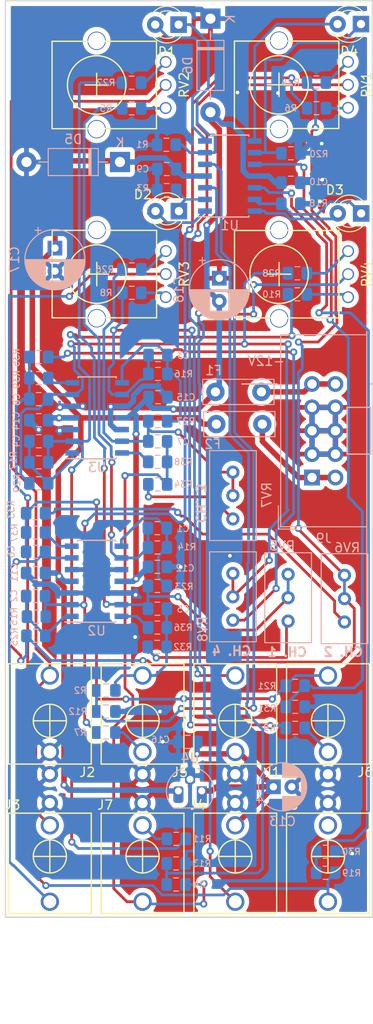
<source format=kicad_pcb>
(kicad_pcb (version 20171130) (host pcbnew "(5.1.9)-1")
  (layers (0 F.Cu signal) (31 B.Cu signal hide) (34 B.Paste user hide) (35 F.Paste user hide) (36 B.SilkS user hide) (37 F.SilkS user hide) (38 B.Mask user hide) (39 F.Mask user hide) (44 Edge.Cuts user))
  (net 0 "")
  (net 1 "Net-(C1-Pad2)")
  (net 2 "Net-(C1-Pad1)")
  (net 3 "Net-(C2-Pad2)")
  (net 4 "Net-(C2-Pad1)")
  (net 5 "Net-(C3-Pad2)")
  (net 6 "Net-(C3-Pad1)")
  (net 7 "Net-(C4-Pad1)")
  (net 8 "Net-(C4-Pad2)")
  (net 9 "Net-(C5-Pad2)")
  (net 10 Aout)
  (net 11 "Net-(C6-Pad2)")
  (net 12 Bout)
  (net 13 Cout)
  (net 14 "Net-(C7-Pad2)")
  (net 15 Dout)
  (net 16 "Net-(C8-Pad2)")
  (net 17 +12V)
  (net 18 GND)
  (net 19 -12V)
  (net 20 +5V)
  (net 21 "Net-(D1-Pad1)")
  (net 22 ledA)
  (net 23 "Net-(D2-Pad1)")
  (net 24 ledC)
  (net 25 ledD)
  (net 26 "Net-(D3-Pad1)")
  (net 27 ledB)
  (net 28 "Net-(D4-Pad1)")
  (net 29 /-12Vin)
  (net 30 /+12Vin)
  (net 31 Ain)
  (net 32 AoutSw)
  (net 33 BoutSw)
  (net 34 CoutSw)
  (net 35 "Net-(R12-Pad2)")
  (net 36 "Net-(R13-Pad2)")
  (net 37 "Net-(R5-Pad2)")
  (net 38 "Net-(R6-Pad2)")
  (net 39 "Net-(R8-Pad2)")
  (net 40 "Net-(R10-Pad2)")
  (net 41 "Net-(R19-Pad1)")
  (net 42 "Net-(R21-Pad1)")
  (net 43 "Net-(R22-Pad2)")
  (net 44 "Net-(R24-Pad2)")
  (net 45 "Net-(R26-Pad2)")
  (net 46 "Net-(R28-Pad2)")
  (net 47 "Net-(R32-Pad2)")
  (net 48 "Net-(R33-Pad2)")
  (net 49 "Net-(R34-Pad2)")
  (net 50 "Net-(R35-Pad2)")
  (net 51 "Net-(R36-Pad2)")
  (net 52 "Net-(R37-Pad2)")
  (net 53 "Net-(R38-Pad2)")
  (net 54 "Net-(R39-Pad2)")
  (net 55 /Bin)
  (net 56 /Cin)
  (net 57 /Din)
  (module Package_TO_SOT_THT:TO-92_HandSolder (layer B.Cu) (at 39.116 98.552 180)
    (fp_text reference U4 (at 1.27 3.56 180) (layer B.SilkS) (effects (justify mirror)))
    (fp_text value L78L05_TO92)
    (pad 1 thru_hole rect (at 0 0 180) (size 1.1 1.8) (drill 0.75 (offset 0 -0.4)) (layers *.Cu *.Mask) (net 20 +5V))
    (pad 3 thru_hole roundrect (at 2.54 0 180) (size 1.1 1.8) (drill 0.75 (offset 0 -0.4)) (layers *.Cu *.Mask) (net 17 +12V))
    (pad 2 thru_hole roundrect (at 1.27 1.27 180) (size 1.1 1.8) (drill 0.75 (offset 0 0.4)) (layers *.Cu *.Mask) (net 18 GND))
  )
  (module Capacitor_SMD:C_0805_2012Metric_Pad1.15x1.40mm_HandSolder_smallText (layer B.Cu) (at 34.29 70 180)
    (fp_text reference C1 (at -2.794 -0.05 180) (layer B.SilkS) (effects (font (size 0.7 0.7) (thickness 0.12)) (justify mirror)))
    (fp_text value 10pF)
    (pad 2 smd roundrect (at 1.025 0 180) (size 1.15 1.4) (layers B.Cu B.Paste B.Mask) (roundrect_rratio 0.2173904347826087) (net 1 "Net-(C1-Pad2)"))
    (pad 1 smd roundrect (at -1.025 0 180) (size 1.15 1.4) (layers B.Cu B.Paste B.Mask) (roundrect_rratio 0.2173904347826087) (net 2 "Net-(C1-Pad1)"))
  )
  (module Capacitor_SMD:C_0805_2012Metric_Pad1.15x1.40mm_HandSolder_smallText (layer B.Cu) (at 21.06 77.38)
    (fp_text reference C2 (at -2.36 -0.03 90) (layer B.SilkS) (effects (font (size 0.7 0.7) (thickness 0.12)) (justify mirror)))
    (fp_text value 10pF)
    (pad 2 smd roundrect (at 1.025 0) (size 1.15 1.4) (layers B.Cu B.Paste B.Mask) (roundrect_rratio 0.2173904347826087) (net 3 "Net-(C2-Pad2)"))
    (pad 1 smd roundrect (at -1.025 0) (size 1.15 1.4) (layers B.Cu B.Paste B.Mask) (roundrect_rratio 0.2173904347826087) (net 4 "Net-(C2-Pad1)"))
  )
  (module Capacitor_SMD:C_0805_2012Metric_Pad1.15x1.40mm_HandSolder_smallText (layer B.Cu) (at 34.354 51.202 180)
    (fp_text reference C3 (at -2.794 -0.05 180) (layer B.SilkS) (effects (font (size 0.7 0.7) (thickness 0.12)) (justify mirror)))
    (fp_text value 10pF)
    (pad 2 smd roundrect (at 1.025 0 180) (size 1.15 1.4) (layers B.Cu B.Paste B.Mask) (roundrect_rratio 0.2173904347826087) (net 5 "Net-(C3-Pad2)"))
    (pad 1 smd roundrect (at -1.025 0 180) (size 1.15 1.4) (layers B.Cu B.Paste B.Mask) (roundrect_rratio 0.2173904347826087) (net 6 "Net-(C3-Pad1)"))
  )
  (module Capacitor_SMD:C_0805_2012Metric_Pad1.15x1.40mm_HandSolder_smallText (layer B.Cu) (at 21.4 60.56)
    (fp_text reference C4 (at -2.45 -0.01 90) (layer B.SilkS) (effects (font (size 0.7 0.7) (thickness 0.12)) (justify mirror)))
    (fp_text value 10pF)
    (pad 1 smd roundrect (at -1.025 0) (size 1.15 1.4) (layers B.Cu B.Paste B.Mask) (roundrect_rratio 0.2173904347826087) (net 7 "Net-(C4-Pad1)"))
    (pad 2 smd roundrect (at 1.025 0) (size 1.15 1.4) (layers B.Cu B.Paste B.Mask) (roundrect_rratio 0.2173904347826087) (net 8 "Net-(C4-Pad2)"))
  )
  (module Capacitor_SMD:C_0805_2012Metric_Pad1.15x1.40mm_HandSolder_smallText (layer B.Cu) (at 34.3 78.75 180)
    (fp_text reference C5 (at -2.794 -0.05 180) (layer B.SilkS) (effects (font (size 0.7 0.7) (thickness 0.12)) (justify mirror)))
    (fp_text value 10pF)
    (pad 2 smd roundrect (at 1.025 0 180) (size 1.15 1.4) (layers B.Cu B.Paste B.Mask) (roundrect_rratio 0.2173904347826087) (net 9 "Net-(C5-Pad2)"))
    (pad 1 smd roundrect (at -1.025 0 180) (size 1.15 1.4) (layers B.Cu B.Paste B.Mask) (roundrect_rratio 0.2173904347826087) (net 10 Aout))
  )
  (module Capacitor_SMD:C_0805_2012Metric_Pad1.15x1.40mm_HandSolder_smallText (layer B.Cu) (at 21.057 72.575)
    (fp_text reference C6 (at -2.657 -0.025 90) (layer B.SilkS) (effects (font (size 0.7 0.7) (thickness 0.12)) (justify mirror)))
    (fp_text value 10pF)
    (pad 2 smd roundrect (at 1.025 0) (size 1.15 1.4) (layers B.Cu B.Paste B.Mask) (roundrect_rratio 0.2173904347826087) (net 11 "Net-(C6-Pad2)"))
    (pad 1 smd roundrect (at -1.025 0) (size 1.15 1.4) (layers B.Cu B.Paste B.Mask) (roundrect_rratio 0.2173904347826087) (net 12 Bout))
  )
  (module Capacitor_SMD:C_0805_2012Metric_Pad1.15x1.40mm_HandSolder_smallText (layer B.Cu) (at 34.329 60.575 180)
    (fp_text reference C7 (at -2.794 -0.05 180) (layer B.SilkS) (effects (font (size 0.7 0.7) (thickness 0.12)) (justify mirror)))
    (fp_text value 10pF)
    (pad 1 smd roundrect (at -1.025 0 180) (size 1.15 1.4) (layers B.Cu B.Paste B.Mask) (roundrect_rratio 0.2173904347826087) (net 13 Cout))
    (pad 2 smd roundrect (at 1.025 0 180) (size 1.15 1.4) (layers B.Cu B.Paste B.Mask) (roundrect_rratio 0.2173904347826087) (net 14 "Net-(C7-Pad2)"))
  )
  (module Capacitor_SMD:C_0805_2012Metric_Pad1.15x1.40mm_HandSolder_smallText (layer B.Cu) (at 21.4 55.988)
    (fp_text reference C8 (at -2.4 0.037 90) (layer B.SilkS) (effects (font (size 0.7 0.7) (thickness 0.12)) (justify mirror)))
    (fp_text value 10pF)
    (pad 1 smd roundrect (at -1.025 0) (size 1.15 1.4) (layers B.Cu B.Paste B.Mask) (roundrect_rratio 0.2173904347826087) (net 15 Dout))
    (pad 2 smd roundrect (at 1.025 0) (size 1.15 1.4) (layers B.Cu B.Paste B.Mask) (roundrect_rratio 0.2173904347826087) (net 16 "Net-(C8-Pad2)"))
  )
  (module Capacitor_SMD:C_0805_2012Metric_Pad1.15x1.40mm_HandSolder_smallText (layer B.Cu) (at 35.306 30.988)
    (fp_text reference C9 (at -2.606 -0.013) (layer B.SilkS) (effects (font (size 0.7 0.7) (thickness 0.12)) (justify mirror)))
    (fp_text value 100nF)
    (pad 2 smd roundrect (at 1.025 0) (size 1.15 1.4) (layers B.Cu B.Paste B.Mask) (roundrect_rratio 0.2173904347826087) (net 17 +12V))
    (pad 1 smd roundrect (at -1.025 0) (size 1.15 1.4) (layers B.Cu B.Paste B.Mask) (roundrect_rratio 0.2173904347826087) (net 18 GND))
  )
  (module Capacitor_SMD:C_0805_2012Metric_Pad1.15x1.40mm_HandSolder_smallText (layer B.Cu) (at 48.793 32.475)
    (fp_text reference C10 (at 3.032 -0.1) (layer B.SilkS) (effects (font (size 0.7 0.7) (thickness 0.12)) (justify mirror)))
    (fp_text value 100nF)
    (pad 1 smd roundrect (at -1.025 0) (size 1.15 1.4) (layers B.Cu B.Paste B.Mask) (roundrect_rratio 0.2173904347826087) (net 19 -12V))
    (pad 2 smd roundrect (at 1.025 0) (size 1.15 1.4) (layers B.Cu B.Paste B.Mask) (roundrect_rratio 0.2173904347826087) (net 18 GND))
  )
  (module Capacitor_SMD:C_0805_2012Metric_Pad1.15x1.40mm_HandSolder_smallText (layer B.Cu) (at 21.057 74.875)
    (fp_text reference C11 (at -2.307 -0.025 90) (layer B.SilkS) (effects (font (size 0.7 0.7) (thickness 0.12)) (justify mirror)))
    (fp_text value 100nF)
    (pad 2 smd roundrect (at 1.025 0) (size 1.15 1.4) (layers B.Cu B.Paste B.Mask) (roundrect_rratio 0.2173904347826087) (net 17 +12V))
    (pad 1 smd roundrect (at -1.025 0) (size 1.15 1.4) (layers B.Cu B.Paste B.Mask) (roundrect_rratio 0.2173904347826087) (net 18 GND))
  )
  (module Capacitor_SMD:C_0805_2012Metric_Pad1.15x1.40mm_HandSolder_smallText (layer B.Cu) (at 34.299 74.2)
    (fp_text reference C12 (at 3.001 0.15) (layer B.SilkS) (effects (font (size 0.7 0.7) (thickness 0.12)) (justify mirror)))
    (fp_text value 100nF)
    (pad 1 smd roundrect (at -1.025 0) (size 1.15 1.4) (layers B.Cu B.Paste B.Mask) (roundrect_rratio 0.2173904347826087) (net 19 -12V))
    (pad 2 smd roundrect (at 1.025 0) (size 1.15 1.4) (layers B.Cu B.Paste B.Mask) (roundrect_rratio 0.2173904347826087) (net 18 GND))
  )
  (module Capacitor_SMD:C_0805_2012Metric_Pad1.15x1.40mm_HandSolder_smallText (layer B.Cu) (at 21.4 58.274)
    (fp_text reference C14 (at -2.475 0.076 90) (layer B.SilkS) (effects (font (size 0.7 0.7) (thickness 0.12)) (justify mirror)))
    (fp_text value 100nF)
    (pad 2 smd roundrect (at 1.025 0) (size 1.15 1.4) (layers B.Cu B.Paste B.Mask) (roundrect_rratio 0.2173904347826087) (net 17 +12V))
    (pad 1 smd roundrect (at -1.025 0) (size 1.15 1.4) (layers B.Cu B.Paste B.Mask) (roundrect_rratio 0.2173904347826087) (net 18 GND))
  )
  (module Capacitor_SMD:C_0805_2012Metric_Pad1.15x1.40mm_HandSolder_smallText (layer B.Cu) (at 34.354 55.774)
    (fp_text reference C15 (at 3.048 0) (layer B.SilkS) (effects (font (size 0.7 0.7) (thickness 0.12)) (justify mirror)))
    (fp_text value 100nF)
    (pad 1 smd roundrect (at -1.025 0) (size 1.15 1.4) (layers B.Cu B.Paste B.Mask) (roundrect_rratio 0.2173904347826087) (net 19 -12V))
    (pad 2 smd roundrect (at 1.025 0) (size 1.15 1.4) (layers B.Cu B.Paste B.Mask) (roundrect_rratio 0.2173904347826087) (net 18 GND))
  )
  (module Capacitor_SMD:C_0805_2012Metric_Pad1.15x1.40mm_HandSolder_smallText (layer B.Cu) (at 37.592 93.218)
    (fp_text reference C16 (at -2.967 -0.243) (layer B.SilkS) (effects (font (size 0.7 0.7) (thickness 0.12)) (justify mirror)))
    (fp_text value 100nF)
    (pad 1 smd roundrect (at -1.025 0) (size 1.15 1.4) (layers B.Cu B.Paste B.Mask) (roundrect_rratio 0.2173904347826087) (net 18 GND))
    (pad 2 smd roundrect (at 1.025 0) (size 1.15 1.4) (layers B.Cu B.Paste B.Mask) (roundrect_rratio 0.2173904347826087) (net 20 +5V))
  )
  (module LED_THT:LED_D3.0mm (layer F.Cu) (at 36.6 15.3 180)
    (fp_text reference D1 (at 1.27 -2.96 180) (layer F.SilkS))
    (fp_text value "Tayda A-1076")
    (pad 1 thru_hole rect (at 0 0 180) (size 1.8 1.8) (drill 0.9) (layers *.Cu *.Mask) (net 21 "Net-(D1-Pad1)"))
    (pad 2 thru_hole circle (at 2.54 0 180) (size 1.8 1.8) (drill 0.9) (layers *.Cu *.Mask) (net 22 ledA))
  )
  (module LED_THT:LED_D3.0mm (layer F.Cu) (at 36.63 35.56 180)
    (fp_text reference D2 (at 3.92 1.81) (layer F.SilkS))
    (fp_text value "Tayda A-1076")
    (pad 2 thru_hole circle (at 2.54 0 180) (size 1.8 1.8) (drill 0.9) (layers *.Cu *.Mask) (net 24 ledC))
    (pad 1 thru_hole rect (at 0 0 180) (size 1.8 1.8) (drill 0.9) (layers *.Cu *.Mask) (net 23 "Net-(D2-Pad1)"))
  )
  (module LED_THT:LED_D3.0mm (layer F.Cu) (at 56.44 35.81 180)
    (fp_text reference D3 (at 2.86 2.55 180) (layer F.SilkS))
    (fp_text value "Tayda A-1076")
    (pad 2 thru_hole circle (at 2.54 0 180) (size 1.8 1.8) (drill 0.9) (layers *.Cu *.Mask) (net 25 ledD))
    (pad 1 thru_hole rect (at 0 0 180) (size 1.8 1.8) (drill 0.9) (layers *.Cu *.Mask) (net 26 "Net-(D3-Pad1)"))
  )
  (module LED_THT:LED_D3.0mm (layer F.Cu) (at 56.42 15.24 180)
    (fp_text reference D4 (at 1.27 -2.96 180) (layer F.SilkS))
    (fp_text value "Tayda A-1076")
    (pad 2 thru_hole circle (at 2.54 0 180) (size 1.8 1.8) (drill 0.9) (layers *.Cu *.Mask) (net 27 ledB))
    (pad 1 thru_hole rect (at 0 0 180) (size 1.8 1.8) (drill 0.9) (layers *.Cu *.Mask) (net 28 "Net-(D4-Pad1)"))
  )
  (module Diode_THT:D_DO-41_SOD81_P10.16mm_Horizontal (layer B.Cu) (at 30.226 30.226 180)
    (fp_text reference D5 (at 5.08 2.47 180) (layer B.SilkS) (effects (justify mirror)))
    (fp_text value 1N4001)
    (fp_text user K (at 0 2.1 180) (layer B.SilkS) (effects (justify mirror)))
    (pad 2 thru_hole oval (at 10.16 0 180) (size 2.2 2.2) (drill 1.1) (layers *.Cu *.Mask) (net 18 GND))
    (pad 1 thru_hole rect (at 0 0 180) (size 2.2 2.2) (drill 1.1) (layers *.Cu *.Mask) (net 17 +12V))
  )
  (module Diode_THT:D_DO-41_SOD81_P10.16mm_Horizontal (layer B.Cu) (at 40.06 14.65 270)
    (fp_text reference D6 (at 5.08 2.47 270) (layer B.SilkS) (effects (justify mirror)))
    (fp_text value 1N4001)
    (fp_text user K (at 0.04 -2.15 270) (layer B.SilkS) (effects (justify mirror)))
    (pad 1 thru_hole rect (at 0 0 270) (size 2.2 2.2) (drill 1.1) (layers *.Cu *.Mask) (net 18 GND))
    (pad 2 thru_hole oval (at 10.16 0 270) (size 2.2 2.2) (drill 1.1) (layers *.Cu *.Mask) (net 19 -12V))
  )
  (module Capacitor_THT:C_Disc_D7.5mm_W2.5mm_P5.00mm (layer B.Cu) (at 45.6 55.2 180)
    (fp_text reference F1 (at 5.2 2.325 180) (layer B.SilkS) (effects (justify mirror)))
    (fp_text value "Polyfuse 250mA (A-1391)")
    (pad 1 thru_hole circle (at 0 0 180) (size 2 2) (drill 1) (layers *.Cu *.Mask) (net 29 /-12Vin))
    (pad 2 thru_hole circle (at 5 0 180) (size 2 2) (drill 1) (layers *.Cu *.Mask) (net 19 -12V))
  )
  (module Capacitor_THT:C_Disc_D7.5mm_W2.5mm_P5.00mm (layer B.Cu) (at 40.7 58.7)
    (fp_text reference F2 (at -0.4 2.175) (layer B.SilkS) (effects (justify mirror)))
    (fp_text value "Polyfuse 250mA (A-1391)")
    (pad 2 thru_hole circle (at 5 0) (size 2 2) (drill 1) (layers *.Cu *.Mask) (net 30 /+12Vin))
    (pad 1 thru_hole circle (at 0 0) (size 2 2) (drill 1) (layers *.Cu *.Mask) (net 17 +12V))
  )
  (module Eurocad:PJ301M-12_Compact (layer F.Cu) (at 42.756666 90.932)
    (fp_text reference J1 (at 4.064 5.588) (layer F.SilkS))
    (fp_text value PJ301M-12)
    (pad 3 thru_hole circle (at 0 -4.92) (size 2 2) (drill 1.4) (layers *.Cu *.Mask) (net 55 /Bin))
    (pad 1 thru_hole circle (at 0 5.8) (size 1.8 1.8) (drill 1.1) (layers *.Cu *.Mask) (net 18 GND))
    (pad 2 thru_hole circle (at 0 3.38) (size 2 2) (drill 1.4) (layers *.Cu *.Mask) (net 20 +5V))
  )
  (module Eurocad:PJ301M-12_Compact (layer F.Cu) (at 22.606 90.932)
    (fp_text reference J2 (at 4.064 5.588) (layer F.SilkS))
    (fp_text value PJ301M-12)
    (pad 2 thru_hole circle (at 0 3.38) (size 2 2) (drill 1.4) (layers *.Cu *.Mask) (net 18 GND))
    (pad 1 thru_hole circle (at 0 5.8) (size 1.8 1.8) (drill 1.1) (layers *.Cu *.Mask) (net 18 GND))
    (pad 3 thru_hole circle (at 0 -4.92) (size 2 2) (drill 1.4) (layers *.Cu *.Mask) (net 31 Ain))
  )
  (module Eurocad:PJ301M-12_Compact (layer F.Cu) (at 22.606 105.664 180)
    (fp_text reference J3 (at 4.064 5.588 180) (layer F.SilkS))
    (fp_text value PJ301M-12)
    (pad 3 thru_hole circle (at 0 -4.92 180) (size 2 2) (drill 1.4) (layers *.Cu *.Mask) (net 56 /Cin))
    (pad 1 thru_hole circle (at 0 5.8 180) (size 1.8 1.8) (drill 1.1) (layers *.Cu *.Mask) (net 18 GND))
    (pad 2 thru_hole circle (at 0 3.38 180) (size 2 2) (drill 1.4) (layers *.Cu *.Mask) (net 31 Ain))
  )
  (module Eurocad:PJ301M-12_Compact (layer F.Cu) (at 42.756666 105.664 180)
    (fp_text reference J4 (at 4.064 5.588 180) (layer F.SilkS))
    (fp_text value PJ301M-12)
    (pad 2 thru_hole circle (at 0 3.38 180) (size 2 2) (drill 1.4) (layers *.Cu *.Mask) (net 20 +5V))
    (pad 1 thru_hole circle (at 0 5.8 180) (size 1.8 1.8) (drill 1.1) (layers *.Cu *.Mask) (net 18 GND))
    (pad 3 thru_hole circle (at 0 -4.92 180) (size 2 2) (drill 1.4) (layers *.Cu *.Mask) (net 57 /Din))
  )
  (module Eurocad:PJ301M-12_Compact (layer F.Cu) (at 32.681333 90.932)
    (fp_text reference J5 (at 4.064 5.588) (layer F.SilkS))
    (fp_text value PJ301M-12)
    (pad 2 thru_hole circle (at 0 3.38) (size 2 2) (drill 1.4) (layers *.Cu *.Mask) (net 32 AoutSw))
    (pad 1 thru_hole circle (at 0 5.8) (size 1.8 1.8) (drill 1.1) (layers *.Cu *.Mask) (net 18 GND))
    (pad 3 thru_hole circle (at 0 -4.92) (size 2 2) (drill 1.4) (layers *.Cu *.Mask) (net 10 Aout))
  )
  (module Eurocad:PJ301M-12_Compact (layer F.Cu) (at 52.832 90.932)
    (fp_text reference J6 (at 4.064 5.588) (layer F.SilkS))
    (fp_text value PJ301M-12)
    (pad 3 thru_hole circle (at 0 -4.92) (size 2 2) (drill 1.4) (layers *.Cu *.Mask) (net 12 Bout))
    (pad 1 thru_hole circle (at 0 5.8) (size 1.8 1.8) (drill 1.1) (layers *.Cu *.Mask) (net 18 GND))
    (pad 2 thru_hole circle (at 0 3.38) (size 2 2) (drill 1.4) (layers *.Cu *.Mask) (net 33 BoutSw))
  )
  (module Eurocad:PJ301M-12_Compact (layer F.Cu) (at 32.681333 105.664 180)
    (fp_text reference J7 (at 4.064 5.588 180) (layer F.SilkS))
    (fp_text value PJ301M-12)
    (pad 2 thru_hole circle (at 0 3.38 180) (size 2 2) (drill 1.4) (layers *.Cu *.Mask) (net 34 CoutSw))
    (pad 1 thru_hole circle (at 0 5.8 180) (size 1.8 1.8) (drill 1.1) (layers *.Cu *.Mask) (net 18 GND))
    (pad 3 thru_hole circle (at 0 -4.92 180) (size 2 2) (drill 1.4) (layers *.Cu *.Mask) (net 13 Cout))
  )
  (module Eurocad:PJ301M-12_Compact (layer F.Cu) (at 52.832 105.664 180)
    (fp_text reference J8 (at 4.064 5.588 180) (layer F.SilkS))
    (fp_text value PJ301M-12)
    (pad 3 thru_hole circle (at 0 -4.92 180) (size 2 2) (drill 1.4) (layers *.Cu *.Mask) (net 15 Dout))
    (pad 1 thru_hole circle (at 0 5.8 180) (size 1.8 1.8) (drill 1.1) (layers *.Cu *.Mask) (net 18 GND))
    (pad 2 thru_hole circle (at 0 3.38 180) (size 2 2) (drill 1.4) (layers *.Cu *.Mask))
  )
  (module Eurocad:Eurorack_power_header (layer B.Cu) (at 51.1 64.5)
    (fp_text reference J9 (at 1.27 6.604) (layer B.SilkS) (effects (justify mirror)))
    (fp_text value EURO_PWR_2x5)
    (fp_text user -12V (at -4.975 -12.65) (layer B.SilkS) (effects (justify mirror)))
    (pad 1 thru_hole rect (at 0 0) (size 1.7272 1.7272) (drill 1.016) (layers *.Cu *.Mask) (net 30 /+12Vin))
    (pad 2 thru_hole oval (at 2.54 0) (size 1.7272 1.7272) (drill 1.016) (layers *.Cu *.Mask) (net 30 /+12Vin))
    (pad 3 thru_hole oval (at 0 -2.54) (size 1.7272 1.7272) (drill 1.016) (layers *.Cu *.Mask) (net 18 GND))
    (pad 4 thru_hole oval (at 2.54 -2.54) (size 1.7272 1.7272) (drill 1.016) (layers *.Cu *.Mask) (net 18 GND))
    (pad 5 thru_hole oval (at 0 -5.08) (size 1.7272 1.7272) (drill 1.016) (layers *.Cu *.Mask) (net 18 GND))
    (pad 6 thru_hole oval (at 2.54 -5.08) (size 1.7272 1.7272) (drill 1.016) (layers *.Cu *.Mask) (net 18 GND))
    (pad 7 thru_hole oval (at 0 -7.62) (size 1.7272 1.7272) (drill 1.016) (layers *.Cu *.Mask) (net 18 GND))
    (pad 8 thru_hole oval (at 2.54 -7.62) (size 1.7272 1.7272) (drill 1.016) (layers *.Cu *.Mask) (net 18 GND))
    (pad 9 thru_hole oval (at 0 -10.16) (size 1.7272 1.7272) (drill 1.016) (layers *.Cu *.Mask) (net 29 /-12Vin))
    (pad 10 thru_hole oval (at 2.54 -10.16) (size 1.7272 1.7272) (drill 1.016) (layers *.Cu *.Mask) (net 29 /-12Vin))
  )
  (module Eurocad:R_0805_2012Metric_Pad1.15x1.40mm_HandSolder_smallText (layer B.Cu) (at 35.275 28.35 180)
    (fp_text reference R1 (at 2.625 0.025 180) (layer B.SilkS) (effects (font (size 0.7 0.7) (thickness 0.12)) (justify mirror)))
    (fp_text value 660R)
    (pad 2 smd roundrect (at 1.025 0 180) (size 1.15 1.4) (layers B.Cu B.Paste B.Mask) (roundrect_rratio 0.2173904347826087) (net 18 GND))
    (pad 1 smd roundrect (at -1.025 0 180) (size 1.15 1.4) (layers B.Cu B.Paste B.Mask) (roundrect_rratio 0.2173904347826087) (net 21 "Net-(D1-Pad1)"))
  )
  (module Eurocad:R_0805_2012Metric_Pad1.15x1.40mm_HandSolder_smallText (layer B.Cu) (at 28.702 87.63)
    (fp_text reference R2 (at -2.794 0) (layer B.SilkS) (effects (font (size 0.7 0.7) (thickness 0.12)) (justify mirror)))
    (fp_text value 1M)
    (pad 2 smd roundrect (at 1.025 0) (size 1.15 1.4) (layers B.Cu B.Paste B.Mask) (roundrect_rratio 0.2173904347826087) (net 10 Aout))
    (pad 1 smd roundrect (at -1.025 0) (size 1.15 1.4) (layers B.Cu B.Paste B.Mask) (roundrect_rratio 0.2173904347826087) (net 35 "Net-(R12-Pad2)"))
  )
  (module Eurocad:R_0805_2012Metric_Pad1.15x1.40mm_HandSolder_smallText (layer B.Cu) (at 35.306 33.274 180)
    (fp_text reference R3 (at 2.606 0.199 180) (layer B.SilkS) (effects (font (size 0.7 0.7) (thickness 0.12)) (justify mirror)))
    (fp_text value 660R)
    (pad 2 smd roundrect (at 1.025 0 180) (size 1.15 1.4) (layers B.Cu B.Paste B.Mask) (roundrect_rratio 0.2173904347826087) (net 18 GND))
    (pad 1 smd roundrect (at -1.025 0 180) (size 1.15 1.4) (layers B.Cu B.Paste B.Mask) (roundrect_rratio 0.2173904347826087) (net 23 "Net-(D2-Pad1)"))
  )
  (module Eurocad:R_0805_2012Metric_Pad1.15x1.40mm_HandSolder_smallText (layer B.Cu) (at 36.322 108.712)
    (fp_text reference R4 (at 2.553 0) (layer B.SilkS) (effects (font (size 0.7 0.7) (thickness 0.12)) (justify mirror)))
    (fp_text value 1M)
    (pad 2 smd roundrect (at 1.025 0) (size 1.15 1.4) (layers B.Cu B.Paste B.Mask) (roundrect_rratio 0.2173904347826087) (net 13 Cout))
    (pad 1 smd roundrect (at -1.025 0) (size 1.15 1.4) (layers B.Cu B.Paste B.Mask) (roundrect_rratio 0.2173904347826087) (net 36 "Net-(R13-Pad2)"))
  )
  (module Eurocad:R_0805_2012Metric_Pad1.15x1.40mm_HandSolder_smallText (layer B.Cu) (at 31.503832 24.398377)
    (fp_text reference R5 (at -2.794 0) (layer B.SilkS) (effects (font (size 0.7 0.7) (thickness 0.12)) (justify mirror)))
    (fp_text value 10k)
    (pad 1 smd roundrect (at -1.025 0) (size 1.15 1.4) (layers B.Cu B.Paste B.Mask) (roundrect_rratio 0.2173904347826087) (net 1 "Net-(C1-Pad2)"))
    (pad 2 smd roundrect (at 1.025 0) (size 1.15 1.4) (layers B.Cu B.Paste B.Mask) (roundrect_rratio 0.2173904347826087) (net 37 "Net-(R5-Pad2)"))
  )
  (module Eurocad:R_0805_2012Metric_Pad1.15x1.40mm_HandSolder_smallText (layer B.Cu) (at 51.584223 24.377319)
    (fp_text reference R6 (at -2.794 0) (layer B.SilkS) (effects (font (size 0.7 0.7) (thickness 0.12)) (justify mirror)))
    (fp_text value 10k)
    (pad 2 smd roundrect (at 1.025 0) (size 1.15 1.4) (layers B.Cu B.Paste B.Mask) (roundrect_rratio 0.2173904347826087) (net 38 "Net-(R6-Pad2)"))
    (pad 1 smd roundrect (at -1.025 0) (size 1.15 1.4) (layers B.Cu B.Paste B.Mask) (roundrect_rratio 0.2173904347826087) (net 3 "Net-(C2-Pad2)"))
  )
  (module Eurocad:R_0805_2012Metric_Pad1.15x1.40mm_HandSolder_smallText (layer B.Cu) (at 28.702 92.202)
    (fp_text reference R7 (at -2.794 0) (layer B.SilkS) (effects (font (size 0.7 0.7) (thickness 0.12)) (justify mirror)))
    (fp_text value 20k)
    (pad 2 smd roundrect (at 1.025 0) (size 1.15 1.4) (layers B.Cu B.Paste B.Mask) (roundrect_rratio 0.2173904347826087) (net 32 AoutSw))
    (pad 1 smd roundrect (at -1.025 0) (size 1.15 1.4) (layers B.Cu B.Paste B.Mask) (roundrect_rratio 0.2173904347826087) (net 3 "Net-(C2-Pad2)"))
  )
  (module Eurocad:R_0805_2012Metric_Pad1.15x1.40mm_HandSolder_smallText (layer B.Cu) (at 31.510078 44.431704)
    (fp_text reference R8 (at -2.794 0) (layer B.SilkS) (effects (font (size 0.7 0.7) (thickness 0.12)) (justify mirror)))
    (fp_text value 10k)
    (pad 2 smd roundrect (at 1.025 0) (size 1.15 1.4) (layers B.Cu B.Paste B.Mask) (roundrect_rratio 0.2173904347826087) (net 39 "Net-(R8-Pad2)"))
    (pad 1 smd roundrect (at -1.025 0) (size 1.15 1.4) (layers B.Cu B.Paste B.Mask) (roundrect_rratio 0.2173904347826087) (net 5 "Net-(C3-Pad2)"))
  )
  (module Eurocad:R_0805_2012Metric_Pad1.15x1.40mm_HandSolder_smallText (layer B.Cu) (at 49.276 91.694)
    (fp_text reference R9 (at -2.794 0) (layer B.SilkS) (effects (font (size 0.7 0.7) (thickness 0.12)) (justify mirror)))
    (fp_text value 20k)
    (pad 1 smd roundrect (at -1.025 0) (size 1.15 1.4) (layers B.Cu B.Paste B.Mask) (roundrect_rratio 0.2173904347826087) (net 5 "Net-(C3-Pad2)"))
    (pad 2 smd roundrect (at 1.025 0) (size 1.15 1.4) (layers B.Cu B.Paste B.Mask) (roundrect_rratio 0.2173904347826087) (net 33 BoutSw))
  )
  (module Eurocad:R_0805_2012Metric_Pad1.15x1.40mm_HandSolder_smallText (layer B.Cu) (at 49.511 44.597)
    (fp_text reference R10 (at -2.794 0 180) (layer B.SilkS) (effects (font (size 0.7 0.7) (thickness 0.12)) (justify mirror)))
    (fp_text value 10k)
    (pad 2 smd roundrect (at 1.025 0) (size 1.15 1.4) (layers B.Cu B.Paste B.Mask) (roundrect_rratio 0.2173904347826087) (net 40 "Net-(R10-Pad2)"))
    (pad 1 smd roundrect (at -1.025 0) (size 1.15 1.4) (layers B.Cu B.Paste B.Mask) (roundrect_rratio 0.2173904347826087) (net 8 "Net-(C4-Pad2)"))
  )
  (module Eurocad:R_0805_2012Metric_Pad1.15x1.40mm_HandSolder_smallText (layer B.Cu) (at 36.35 103.75 180)
    (fp_text reference R11 (at -2.794 0 180) (layer B.SilkS) (effects (font (size 0.7 0.7) (thickness 0.12)) (justify mirror)))
    (fp_text value 20k)
    (pad 1 smd roundrect (at -1.025 0 180) (size 1.15 1.4) (layers B.Cu B.Paste B.Mask) (roundrect_rratio 0.2173904347826087) (net 8 "Net-(C4-Pad2)"))
    (pad 2 smd roundrect (at 1.025 0 180) (size 1.15 1.4) (layers B.Cu B.Paste B.Mask) (roundrect_rratio 0.2173904347826087) (net 34 CoutSw))
  )
  (module Eurocad:R_0805_2012Metric_Pad1.15x1.40mm_HandSolder_smallText (layer B.Cu) (at 28.702 89.916 180)
    (fp_text reference R12 (at 3.048 0 180) (layer B.SilkS) (effects (font (size 0.7 0.7) (thickness 0.12)) (justify mirror)))
    (fp_text value 1M)
    (pad 1 smd roundrect (at -1.025 0 180) (size 1.15 1.4) (layers B.Cu B.Paste B.Mask) (roundrect_rratio 0.2173904347826087) (net 18 GND))
    (pad 2 smd roundrect (at 1.025 0 180) (size 1.15 1.4) (layers B.Cu B.Paste B.Mask) (roundrect_rratio 0.2173904347826087) (net 35 "Net-(R12-Pad2)"))
  )
  (module Eurocad:R_0805_2012Metric_Pad1.15x1.40mm_HandSolder_smallText (layer B.Cu) (at 36.322 106.426 180)
    (fp_text reference R13 (at -2.794 0 180) (layer B.SilkS) (effects (font (size 0.7 0.7) (thickness 0.12)) (justify mirror)))
    (fp_text value 1M)
    (pad 1 smd roundrect (at -1.025 0 180) (size 1.15 1.4) (layers B.Cu B.Paste B.Mask) (roundrect_rratio 0.2173904347826087) (net 18 GND))
    (pad 2 smd roundrect (at 1.025 0 180) (size 1.15 1.4) (layers B.Cu B.Paste B.Mask) (roundrect_rratio 0.2173904347826087) (net 36 "Net-(R13-Pad2)"))
  )
  (module Eurocad:R_0805_2012Metric_Pad1.15x1.40mm_HandSolder_smallText (layer B.Cu) (at 34.3 72.1 180)
    (fp_text reference R14 (at -3.199001 0.063891 180) (layer B.SilkS) (effects (font (size 0.7 0.7) (thickness 0.12)) (justify mirror)))
    (fp_text value 10k)
    (pad 1 smd roundrect (at -1.025 0 180) (size 1.15 1.4) (layers B.Cu B.Paste B.Mask) (roundrect_rratio 0.2173904347826087) (net 2 "Net-(C1-Pad1)"))
    (pad 2 smd roundrect (at 1.025 0 180) (size 1.15 1.4) (layers B.Cu B.Paste B.Mask) (roundrect_rratio 0.2173904347826087) (net 1 "Net-(C1-Pad2)"))
  )
  (module Eurocad:R_0805_2012Metric_Pad1.15x1.40mm_HandSolder_smallText (layer B.Cu) (at 21.14 79.61)
    (fp_text reference R15 (at -2.45 -0.01 90) (layer B.SilkS) (effects (font (size 0.7 0.7) (thickness 0.12)) (justify mirror)))
    (fp_text value 10k)
    (pad 1 smd roundrect (at -1.025 0) (size 1.15 1.4) (layers B.Cu B.Paste B.Mask) (roundrect_rratio 0.2173904347826087) (net 4 "Net-(C2-Pad1)"))
    (pad 2 smd roundrect (at 1.025 0) (size 1.15 1.4) (layers B.Cu B.Paste B.Mask) (roundrect_rratio 0.2173904347826087) (net 3 "Net-(C2-Pad2)"))
  )
  (module Eurocad:R_0805_2012Metric_Pad1.15x1.40mm_HandSolder_smallText (layer B.Cu) (at 34.35 53.25 180)
    (fp_text reference R16 (at -2.794 0 180) (layer B.SilkS) (effects (font (size 0.7 0.7) (thickness 0.12)) (justify mirror)))
    (fp_text value 10k)
    (pad 2 smd roundrect (at 1.025 0 180) (size 1.15 1.4) (layers B.Cu B.Paste B.Mask) (roundrect_rratio 0.2173904347826087) (net 5 "Net-(C3-Pad2)"))
    (pad 1 smd roundrect (at -1.025 0 180) (size 1.15 1.4) (layers B.Cu B.Paste B.Mask) (roundrect_rratio 0.2173904347826087) (net 6 "Net-(C3-Pad1)"))
  )
  (module Eurocad:R_0805_2012Metric_Pad1.15x1.40mm_HandSolder_smallText (layer B.Cu) (at 21.4 62.846)
    (fp_text reference R17 (at -2.775 -0.196 90) (layer B.SilkS) (effects (font (size 0.7 0.7) (thickness 0.12)) (justify mirror)))
    (fp_text value 10k)
    (pad 1 smd roundrect (at -1.025 0) (size 1.15 1.4) (layers B.Cu B.Paste B.Mask) (roundrect_rratio 0.2173904347826087) (net 7 "Net-(C4-Pad1)"))
    (pad 2 smd roundrect (at 1.025 0) (size 1.15 1.4) (layers B.Cu B.Paste B.Mask) (roundrect_rratio 0.2173904347826087) (net 8 "Net-(C4-Pad2)"))
  )
  (module Eurocad:R_0805_2012Metric_Pad1.15x1.40mm_HandSolder_smallText (layer B.Cu) (at 48.793 34.761)
    (fp_text reference R18 (at 3.007 -0.061) (layer B.SilkS) (effects (font (size 0.7 0.7) (thickness 0.12)) (justify mirror)))
    (fp_text value 660R)
    (pad 1 smd roundrect (at -1.025 0) (size 1.15 1.4) (layers B.Cu B.Paste B.Mask) (roundrect_rratio 0.2173904347826087) (net 26 "Net-(D3-Pad1)"))
    (pad 2 smd roundrect (at 1.025 0) (size 1.15 1.4) (layers B.Cu B.Paste B.Mask) (roundrect_rratio 0.2173904347826087) (net 18 GND))
  )
  (module Eurocad:R_0805_2012Metric_Pad1.15x1.40mm_HandSolder_smallText (layer B.Cu) (at 52.578 107.442)
    (fp_text reference R19 (at 2.822 0.033) (layer B.SilkS) (effects (font (size 0.7 0.7) (thickness 0.12)) (justify mirror)))
    (fp_text value 1M)
    (pad 1 smd roundrect (at -1.025 0) (size 1.15 1.4) (layers B.Cu B.Paste B.Mask) (roundrect_rratio 0.2173904347826087) (net 41 "Net-(R19-Pad1)"))
    (pad 2 smd roundrect (at 1.025 0) (size 1.15 1.4) (layers B.Cu B.Paste B.Mask) (roundrect_rratio 0.2173904347826087) (net 15 Dout))
  )
  (module Eurocad:R_0805_2012Metric_Pad1.15x1.40mm_HandSolder_smallText (layer B.Cu) (at 48.8 29.275)
    (fp_text reference R20 (at 3.05 0.075) (layer B.SilkS) (effects (font (size 0.7 0.7) (thickness 0.12)) (justify mirror)))
    (fp_text value 660R)
    (pad 1 smd roundrect (at -1.025 0) (size 1.15 1.4) (layers B.Cu B.Paste B.Mask) (roundrect_rratio 0.2173904347826087) (net 28 "Net-(D4-Pad1)"))
    (pad 2 smd roundrect (at 1.025 0) (size 1.15 1.4) (layers B.Cu B.Paste B.Mask) (roundrect_rratio 0.2173904347826087) (net 18 GND))
  )
  (module Eurocad:R_0805_2012Metric_Pad1.15x1.40mm_HandSolder_smallText (layer B.Cu) (at 49.267 87.122 180)
    (fp_text reference R21 (at 3.067 -0.028 180) (layer B.SilkS) (effects (font (size 0.7 0.7) (thickness 0.12)) (justify mirror)))
    (fp_text value 1M)
    (pad 1 smd roundrect (at -1.025 0 180) (size 1.15 1.4) (layers B.Cu B.Paste B.Mask) (roundrect_rratio 0.2173904347826087) (net 42 "Net-(R21-Pad1)"))
    (pad 2 smd roundrect (at 1.025 0 180) (size 1.15 1.4) (layers B.Cu B.Paste B.Mask) (roundrect_rratio 0.2173904347826087) (net 12 Bout))
  )
  (module Eurocad:R_0805_2012Metric_Pad1.15x1.40mm_HandSolder_smallText (layer B.Cu) (at 31.494832 21.604377)
    (fp_text reference R22 (at -2.794 0) (layer B.SilkS) (effects (font (size 0.7 0.7) (thickness 0.12)) (justify mirror)))
    (fp_text value 10k)
    (pad 1 smd roundrect (at -1.025 0) (size 1.15 1.4) (layers B.Cu B.Paste B.Mask) (roundrect_rratio 0.2173904347826087) (net 9 "Net-(C5-Pad2)"))
    (pad 2 smd roundrect (at 1.025 0) (size 1.15 1.4) (layers B.Cu B.Paste B.Mask) (roundrect_rratio 0.2173904347826087) (net 43 "Net-(R22-Pad2)"))
  )
  (module Eurocad:R_0805_2012Metric_Pad1.15x1.40mm_HandSolder_smallText (layer B.Cu) (at 34.29 76.282)
    (fp_text reference R23 (at 2.91 0.068) (layer B.SilkS) (effects (font (size 0.7 0.7) (thickness 0.12)) (justify mirror)))
    (fp_text value 10k)
    (pad 2 smd roundrect (at 1.025 0) (size 1.15 1.4) (layers B.Cu B.Paste B.Mask) (roundrect_rratio 0.2173904347826087) (net 2 "Net-(C1-Pad1)"))
    (pad 1 smd roundrect (at -1.025 0) (size 1.15 1.4) (layers B.Cu B.Paste B.Mask) (roundrect_rratio 0.2173904347826087) (net 9 "Net-(C5-Pad2)"))
  )
  (module Eurocad:R_0805_2012Metric_Pad1.15x1.40mm_HandSolder_smallText (layer B.Cu) (at 51.575223 21.583319)
    (fp_text reference R24 (at -2.794 0) (layer B.SilkS) (effects (font (size 0.7 0.7) (thickness 0.12)) (justify mirror)))
    (fp_text value 10k)
    (pad 1 smd roundrect (at -1.025 0) (size 1.15 1.4) (layers B.Cu B.Paste B.Mask) (roundrect_rratio 0.2173904347826087) (net 11 "Net-(C6-Pad2)"))
    (pad 2 smd roundrect (at 1.025 0) (size 1.15 1.4) (layers B.Cu B.Paste B.Mask) (roundrect_rratio 0.2173904347826087) (net 44 "Net-(R24-Pad2)"))
  )
  (module Eurocad:R_0805_2012Metric_Pad1.15x1.40mm_HandSolder_smallText (layer B.Cu) (at 21.082 81.7)
    (fp_text reference R25 (at -2.352 0.1 90) (layer B.SilkS) (effects (font (size 0.7 0.7) (thickness 0.12)) (justify mirror)))
    (fp_text value 10k)
    (pad 1 smd roundrect (at -1.025 0) (size 1.15 1.4) (layers B.Cu B.Paste B.Mask) (roundrect_rratio 0.2173904347826087) (net 11 "Net-(C6-Pad2)"))
    (pad 2 smd roundrect (at 1.025 0) (size 1.15 1.4) (layers B.Cu B.Paste B.Mask) (roundrect_rratio 0.2173904347826087) (net 4 "Net-(C2-Pad1)"))
  )
  (module Eurocad:R_0805_2012Metric_Pad1.15x1.40mm_HandSolder_smallText (layer B.Cu) (at 31.519078 41.891704)
    (fp_text reference R26 (at -2.949 0.001) (layer B.SilkS) (effects (font (size 0.7 0.7) (thickness 0.12)) (justify mirror)))
    (fp_text value 10k)
    (pad 2 smd roundrect (at 1.025 0) (size 1.15 1.4) (layers B.Cu B.Paste B.Mask) (roundrect_rratio 0.2173904347826087) (net 45 "Net-(R26-Pad2)"))
    (pad 1 smd roundrect (at -1.025 0) (size 1.15 1.4) (layers B.Cu B.Paste B.Mask) (roundrect_rratio 0.2173904347826087) (net 14 "Net-(C7-Pad2)"))
  )
  (module Eurocad:R_0805_2012Metric_Pad1.15x1.40mm_HandSolder_smallText (layer B.Cu) (at 34.329 58.385)
    (fp_text reference R27 (at 3.048 0) (layer B.SilkS) (effects (font (size 0.7 0.7) (thickness 0.12)) (justify mirror)))
    (fp_text value 10k)
    (pad 1 smd roundrect (at -1.025 0) (size 1.15 1.4) (layers B.Cu B.Paste B.Mask) (roundrect_rratio 0.2173904347826087) (net 14 "Net-(C7-Pad2)"))
    (pad 2 smd roundrect (at 1.025 0) (size 1.15 1.4) (layers B.Cu B.Paste B.Mask) (roundrect_rratio 0.2173904347826087) (net 6 "Net-(C3-Pad1)"))
  )
  (module Eurocad:R_0805_2012Metric_Pad1.15x1.40mm_HandSolder_smallText (layer B.Cu) (at 49.511 42.311)
    (fp_text reference R28 (at -2.794 0 180) (layer B.SilkS) (effects (font (size 0.7 0.7) (thickness 0.12)) (justify mirror)))
    (fp_text value 10k)
    (pad 1 smd roundrect (at -1.025 0) (size 1.15 1.4) (layers B.Cu B.Paste B.Mask) (roundrect_rratio 0.2173904347826087) (net 16 "Net-(C8-Pad2)"))
    (pad 2 smd roundrect (at 1.025 0) (size 1.15 1.4) (layers B.Cu B.Paste B.Mask) (roundrect_rratio 0.2173904347826087) (net 46 "Net-(R28-Pad2)"))
  )
  (module Eurocad:R_0805_2012Metric_Pad1.15x1.40mm_HandSolder_smallText (layer B.Cu) (at 21.4 65.132)
    (fp_text reference R29 (at -2.375 -0.007 90) (layer B.SilkS) (effects (font (size 0.7 0.7) (thickness 0.12)) (justify mirror)))
    (fp_text value 10k)
    (pad 2 smd roundrect (at 1.025 0) (size 1.15 1.4) (layers B.Cu B.Paste B.Mask) (roundrect_rratio 0.2173904347826087) (net 7 "Net-(C4-Pad1)"))
    (pad 1 smd roundrect (at -1.025 0) (size 1.15 1.4) (layers B.Cu B.Paste B.Mask) (roundrect_rratio 0.2173904347826087) (net 16 "Net-(C8-Pad2)"))
  )
  (module Eurocad:R_0805_2012Metric_Pad1.15x1.40mm_HandSolder_smallText (layer B.Cu) (at 52.578 105.156 180)
    (fp_text reference R30 (at -2.794 0 180) (layer B.SilkS) (effects (font (size 0.7 0.7) (thickness 0.12)) (justify mirror)))
    (fp_text value 1M)
    (pad 2 smd roundrect (at 1.025 0 180) (size 1.15 1.4) (layers B.Cu B.Paste B.Mask) (roundrect_rratio 0.2173904347826087) (net 41 "Net-(R19-Pad1)"))
    (pad 1 smd roundrect (at -1.025 0 180) (size 1.15 1.4) (layers B.Cu B.Paste B.Mask) (roundrect_rratio 0.2173904347826087) (net 18 GND))
  )
  (module Eurocad:R_0805_2012Metric_Pad1.15x1.40mm_HandSolder_smallText (layer B.Cu) (at 49.276 89.408 180)
    (fp_text reference R31 (at 3.076 -0.167 180) (layer B.SilkS) (effects (font (size 0.7 0.7) (thickness 0.12)) (justify mirror)))
    (fp_text value 1M)
    (pad 2 smd roundrect (at 1.025 0 180) (size 1.15 1.4) (layers B.Cu B.Paste B.Mask) (roundrect_rratio 0.2173904347826087) (net 42 "Net-(R21-Pad1)"))
    (pad 1 smd roundrect (at -1.025 0 180) (size 1.15 1.4) (layers B.Cu B.Paste B.Mask) (roundrect_rratio 0.2173904347826087) (net 18 GND))
  )
  (module Eurocad:R_0805_2012Metric_Pad1.15x1.40mm_HandSolder_smallText (layer B.Cu) (at 34.265 82.9 180)
    (fp_text reference R32 (at -2.794 0 180) (layer B.SilkS) (effects (font (size 0.7 0.7) (thickness 0.12)) (justify mirror)))
    (fp_text value 9.1k)
    (pad 1 smd roundrect (at -1.025 0 180) (size 1.15 1.4) (layers B.Cu B.Paste B.Mask) (roundrect_rratio 0.2173904347826087) (net 10 Aout))
    (pad 2 smd roundrect (at 1.025 0 180) (size 1.15 1.4) (layers B.Cu B.Paste B.Mask) (roundrect_rratio 0.2173904347826087) (net 47 "Net-(R32-Pad2)"))
  )
  (module Eurocad:R_0805_2012Metric_Pad1.15x1.40mm_HandSolder_smallText (layer B.Cu) (at 21.057 68.375)
    (fp_text reference R33 (at -2.657 -0.375 90) (layer B.SilkS) (effects (font (size 0.7 0.7) (thickness 0.12)) (justify mirror)))
    (fp_text value 18k)
    (pad 2 smd roundrect (at 1.025 0) (size 1.15 1.4) (layers B.Cu B.Paste B.Mask) (roundrect_rratio 0.2173904347826087) (net 48 "Net-(R33-Pad2)"))
    (pad 1 smd roundrect (at -1.025 0) (size 1.15 1.4) (layers B.Cu B.Paste B.Mask) (roundrect_rratio 0.2173904347826087) (net 12 Bout))
  )
  (module Eurocad:R_0805_2012Metric_Pad1.15x1.40mm_HandSolder_smallText (layer B.Cu) (at 34.329 65.243 180)
    (fp_text reference R34 (at -2.794 0 180) (layer B.SilkS) (effects (font (size 0.7 0.7) (thickness 0.12)) (justify mirror)))
    (fp_text value 18k)
    (pad 1 smd roundrect (at -1.025 0 180) (size 1.15 1.4) (layers B.Cu B.Paste B.Mask) (roundrect_rratio 0.2173904347826087) (net 13 Cout))
    (pad 2 smd roundrect (at 1.025 0 180) (size 1.15 1.4) (layers B.Cu B.Paste B.Mask) (roundrect_rratio 0.2173904347826087) (net 49 "Net-(R34-Pad2)"))
  )
  (module Eurocad:R_0805_2012Metric_Pad1.15x1.40mm_HandSolder_smallText (layer B.Cu) (at 21.4 51.416)
    (fp_text reference R35 (at -2.45 0.059 90) (layer B.SilkS) (effects (font (size 0.7 0.7) (thickness 0.12)) (justify mirror)))
    (fp_text value 18k)
    (pad 1 smd roundrect (at -1.025 0) (size 1.15 1.4) (layers B.Cu B.Paste B.Mask) (roundrect_rratio 0.2173904347826087) (net 15 Dout))
    (pad 2 smd roundrect (at 1.025 0) (size 1.15 1.4) (layers B.Cu B.Paste B.Mask) (roundrect_rratio 0.2173904347826087) (net 50 "Net-(R35-Pad2)"))
  )
  (module Eurocad:R_0805_2012Metric_Pad1.15x1.40mm_HandSolder_smallText (layer B.Cu) (at 34.3 80.8 180)
    (fp_text reference R36 (at -2.794 0 180) (layer B.SilkS) (effects (font (size 0.7 0.7) (thickness 0.12)) (justify mirror)))
    (fp_text value 220R)
    (pad 2 smd roundrect (at 1.025 0 180) (size 1.15 1.4) (layers B.Cu B.Paste B.Mask) (roundrect_rratio 0.2173904347826087) (net 51 "Net-(R36-Pad2)"))
    (pad 1 smd roundrect (at -1.025 0 180) (size 1.15 1.4) (layers B.Cu B.Paste B.Mask) (roundrect_rratio 0.2173904347826087) (net 10 Aout))
  )
  (module Eurocad:R_0805_2012Metric_Pad1.15x1.40mm_HandSolder_smallText (layer B.Cu) (at 21.057 70.475)
    (fp_text reference R37 (at -2.307 0.025 90) (layer B.SilkS) (effects (font (size 0.7 0.7) (thickness 0.12)) (justify mirror)))
    (fp_text value 220R)
    (pad 2 smd roundrect (at 1.025 0) (size 1.15 1.4) (layers B.Cu B.Paste B.Mask) (roundrect_rratio 0.2173904347826087) (net 52 "Net-(R37-Pad2)"))
    (pad 1 smd roundrect (at -1.025 0) (size 1.15 1.4) (layers B.Cu B.Paste B.Mask) (roundrect_rratio 0.2173904347826087) (net 12 Bout))
  )
  (module Eurocad:R_0805_2012Metric_Pad1.15x1.40mm_HandSolder_smallText (layer B.Cu) (at 34.325 62.8 180)
    (fp_text reference R38 (at -2.794 0 180) (layer B.SilkS) (effects (font (size 0.7 0.7) (thickness 0.12)) (justify mirror)))
    (fp_text value 220R)
    (pad 2 smd roundrect (at 1.025 0 180) (size 1.15 1.4) (layers B.Cu B.Paste B.Mask) (roundrect_rratio 0.2173904347826087) (net 53 "Net-(R38-Pad2)"))
    (pad 1 smd roundrect (at -1.025 0 180) (size 1.15 1.4) (layers B.Cu B.Paste B.Mask) (roundrect_rratio 0.2173904347826087) (net 13 Cout))
  )
  (module Eurocad:R_0805_2012Metric_Pad1.15x1.40mm_HandSolder_smallText (layer B.Cu) (at 21.4 53.702)
    (fp_text reference R39 (at -2.425 0.148 90) (layer B.SilkS) (effects (font (size 0.7 0.7) (thickness 0.12)) (justify mirror)))
    (fp_text value 220R)
    (pad 2 smd roundrect (at 1.025 0) (size 1.15 1.4) (layers B.Cu B.Paste B.Mask) (roundrect_rratio 0.2173904347826087) (net 54 "Net-(R39-Pad2)"))
    (pad 1 smd roundrect (at -1.025 0) (size 1.15 1.4) (layers B.Cu B.Paste B.Mask) (roundrect_rratio 0.2173904347826087) (net 15 Dout))
  )
  (module Eurocad:Alpha9mmPot (layer F.Cu) (at 47.511223 21.837319 90)
    (fp_text reference RV1 (at 0 9.5 90) (layer F.SilkS))
    (fp_text value 100k)
    (pad "" thru_hole circle (at 4.8 0 90) (size 2 2) (drill 1.8) (layers *.Cu *.Mask))
    (pad "" thru_hole circle (at -4.8 0 90) (size 2 2) (drill 1.8) (layers *.Cu *.Mask))
    (pad 3 thru_hole circle (at 2.5 7.5 90) (size 1.3 1.3) (drill 1) (layers *.Cu *.Mask) (net 44 "Net-(R24-Pad2)"))
    (pad 2 thru_hole circle (at 0 7.5 90) (size 1.3 1.3) (drill 1) (layers *.Cu *.Mask) (net 55 /Bin))
    (pad 1 thru_hole circle (at -2.5 7.5 90) (size 1.3 1.3) (drill 1) (layers *.Cu *.Mask) (net 38 "Net-(R6-Pad2)"))
  )
  (module Eurocad:Alpha9mmPot (layer F.Cu) (at 27.693832 21.858377 90)
    (fp_text reference RV2 (at 0 9.5 90) (layer F.SilkS))
    (fp_text value 100k)
    (pad 1 thru_hole circle (at -2.5 7.5 90) (size 1.3 1.3) (drill 1) (layers *.Cu *.Mask) (net 37 "Net-(R5-Pad2)"))
    (pad 2 thru_hole circle (at 0 7.5 90) (size 1.3 1.3) (drill 1) (layers *.Cu *.Mask) (net 31 Ain))
    (pad 3 thru_hole circle (at 2.5 7.5 90) (size 1.3 1.3) (drill 1) (layers *.Cu *.Mask) (net 43 "Net-(R22-Pad2)"))
    (pad "" thru_hole circle (at -4.8 0 90) (size 2 2) (drill 1.8) (layers *.Cu *.Mask))
    (pad "" thru_hole circle (at 4.8 0 90) (size 2 2) (drill 1.8) (layers *.Cu *.Mask))
  )
  (module Eurocad:Alpha9mmPot (layer F.Cu) (at 27.709078 42.399704 90)
    (fp_text reference RV3 (at 0 9.5 90) (layer F.SilkS))
    (fp_text value 100k)
    (pad 1 thru_hole circle (at -2.5 7.5 90) (size 1.3 1.3) (drill 1) (layers *.Cu *.Mask) (net 39 "Net-(R8-Pad2)"))
    (pad 2 thru_hole circle (at 0 7.5 90) (size 1.3 1.3) (drill 1) (layers *.Cu *.Mask) (net 56 /Cin))
    (pad 3 thru_hole circle (at 2.5 7.5 90) (size 1.3 1.3) (drill 1) (layers *.Cu *.Mask) (net 45 "Net-(R26-Pad2)"))
    (pad "" thru_hole circle (at -4.8 0 90) (size 2 2) (drill 1.8) (layers *.Cu *.Mask))
    (pad "" thru_hole circle (at 4.8 0 90) (size 2 2) (drill 1.8) (layers *.Cu *.Mask))
  )
  (module Eurocad:Alpha9mmPot (layer F.Cu) (at 47.522 42.412 90)
    (fp_text reference RV4 (at 0 9.5 270) (layer F.SilkS))
    (fp_text value 100k)
    (pad "" thru_hole circle (at 4.8 0 90) (size 2 2) (drill 1.8) (layers *.Cu *.Mask))
    (pad "" thru_hole circle (at -4.8 0 90) (size 2 2) (drill 1.8) (layers *.Cu *.Mask))
    (pad 3 thru_hole circle (at 2.5 7.5 90) (size 1.3 1.3) (drill 1) (layers *.Cu *.Mask) (net 46 "Net-(R28-Pad2)"))
    (pad 2 thru_hole circle (at 0 7.5 90) (size 1.3 1.3) (drill 1) (layers *.Cu *.Mask) (net 57 /Din))
    (pad 1 thru_hole circle (at -2.5 7.5 90) (size 1.3 1.3) (drill 1) (layers *.Cu *.Mask) (net 40 "Net-(R10-Pad2)"))
  )
  (module Package_SO:SOIC-14_3.9x8.7mm_P1.27mm (layer B.Cu) (at 42.164 31.75)
    (fp_text reference U1 (at 0 5.375) (layer B.SilkS) (effects (justify mirror)))
    (fp_text value TL074)
    (pad 14 smd rect (at 2.7 3.81) (size 1.5 0.6) (layers B.Cu B.Paste B.Mask) (net 25 ledD))
    (pad 13 smd rect (at 2.7 2.54) (size 1.5 0.6) (layers B.Cu B.Paste B.Mask) (net 26 "Net-(D3-Pad1)"))
    (pad 12 smd rect (at 2.7 1.27) (size 1.5 0.6) (layers B.Cu B.Paste B.Mask) (net 41 "Net-(R19-Pad1)"))
    (pad 11 smd rect (at 2.7 0) (size 1.5 0.6) (layers B.Cu B.Paste B.Mask) (net 19 -12V))
    (pad 10 smd rect (at 2.7 -1.27) (size 1.5 0.6) (layers B.Cu B.Paste B.Mask) (net 42 "Net-(R21-Pad1)"))
    (pad 9 smd rect (at 2.7 -2.54) (size 1.5 0.6) (layers B.Cu B.Paste B.Mask) (net 28 "Net-(D4-Pad1)"))
    (pad 8 smd rect (at 2.7 -3.81) (size 1.5 0.6) (layers B.Cu B.Paste B.Mask) (net 27 ledB))
    (pad 7 smd rect (at -2.7 -3.81) (size 1.5 0.6) (layers B.Cu B.Paste B.Mask) (net 22 ledA))
    (pad 6 smd rect (at -2.7 -2.54) (size 1.5 0.6) (layers B.Cu B.Paste B.Mask) (net 21 "Net-(D1-Pad1)"))
    (pad 5 smd rect (at -2.7 -1.27) (size 1.5 0.6) (layers B.Cu B.Paste B.Mask) (net 35 "Net-(R12-Pad2)"))
    (pad 4 smd rect (at -2.7 0) (size 1.5 0.6) (layers B.Cu B.Paste B.Mask) (net 17 +12V))
    (pad 3 smd rect (at -2.7 1.27) (size 1.5 0.6) (layers B.Cu B.Paste B.Mask) (net 36 "Net-(R13-Pad2)"))
    (pad 2 smd rect (at -2.7 2.54) (size 1.5 0.6) (layers B.Cu B.Paste B.Mask) (net 23 "Net-(D2-Pad1)"))
    (pad 1 smd rect (at -2.7 3.81) (size 1.5 0.6) (layers B.Cu B.Paste B.Mask) (net 24 ledC))
  )
  (module Package_SO:SOIC-14_3.9x8.7mm_P1.27mm (layer B.Cu) (at 27.686 75.774)
    (fp_text reference U2 (at 0 5.375) (layer B.SilkS) (effects (justify mirror)))
    (fp_text value TL074)
    (pad 1 smd rect (at -2.7 3.81) (size 1.5 0.6) (layers B.Cu B.Paste B.Mask) (net 4 "Net-(C2-Pad1)"))
    (pad 2 smd rect (at -2.7 2.54) (size 1.5 0.6) (layers B.Cu B.Paste B.Mask) (net 3 "Net-(C2-Pad2)"))
    (pad 3 smd rect (at -2.7 1.27) (size 1.5 0.6) (layers B.Cu B.Paste B.Mask) (net 18 GND))
    (pad 4 smd rect (at -2.7 0) (size 1.5 0.6) (layers B.Cu B.Paste B.Mask) (net 17 +12V))
    (pad 5 smd rect (at -2.7 -1.27) (size 1.5 0.6) (layers B.Cu B.Paste B.Mask) (net 18 GND))
    (pad 6 smd rect (at -2.7 -2.54) (size 1.5 0.6) (layers B.Cu B.Paste B.Mask) (net 11 "Net-(C6-Pad2)"))
    (pad 7 smd rect (at -2.7 -3.81) (size 1.5 0.6) (layers B.Cu B.Paste B.Mask) (net 52 "Net-(R37-Pad2)"))
    (pad 8 smd rect (at 2.7 -3.81) (size 1.5 0.6) (layers B.Cu B.Paste B.Mask) (net 2 "Net-(C1-Pad1)"))
    (pad 9 smd rect (at 2.7 -2.54) (size 1.5 0.6) (layers B.Cu B.Paste B.Mask) (net 1 "Net-(C1-Pad2)"))
    (pad 10 smd rect (at 2.7 -1.27) (size 1.5 0.6) (layers B.Cu B.Paste B.Mask) (net 18 GND))
    (pad 11 smd rect (at 2.7 0) (size 1.5 0.6) (layers B.Cu B.Paste B.Mask) (net 19 -12V))
    (pad 12 smd rect (at 2.7 1.27) (size 1.5 0.6) (layers B.Cu B.Paste B.Mask) (net 18 GND))
    (pad 13 smd rect (at 2.7 2.54) (size 1.5 0.6) (layers B.Cu B.Paste B.Mask) (net 9 "Net-(C5-Pad2)"))
    (pad 14 smd rect (at 2.7 3.81) (size 1.5 0.6) (layers B.Cu B.Paste B.Mask) (net 51 "Net-(R36-Pad2)"))
  )
  (module Package_SO:SOIC-14_3.9x8.7mm_P1.27mm (layer B.Cu) (at 27.75 58.02)
    (fp_text reference U3 (at 0 5.375) (layer B.SilkS) (effects (justify mirror)))
    (fp_text value TL074)
    (pad 1 smd rect (at -2.7 3.81) (size 1.5 0.6) (layers B.Cu B.Paste B.Mask) (net 7 "Net-(C4-Pad1)"))
    (pad 2 smd rect (at -2.7 2.54) (size 1.5 0.6) (layers B.Cu B.Paste B.Mask) (net 8 "Net-(C4-Pad2)"))
    (pad 3 smd rect (at -2.7 1.27) (size 1.5 0.6) (layers B.Cu B.Paste B.Mask) (net 18 GND))
    (pad 4 smd rect (at -2.7 0) (size 1.5 0.6) (layers B.Cu B.Paste B.Mask) (net 17 +12V))
    (pad 5 smd rect (at -2.7 -1.27) (size 1.5 0.6) (layers B.Cu B.Paste B.Mask) (net 18 GND))
    (pad 6 smd rect (at -2.7 -2.54) (size 1.5 0.6) (layers B.Cu B.Paste B.Mask) (net 16 "Net-(C8-Pad2)"))
    (pad 7 smd rect (at -2.7 -3.81) (size 1.5 0.6) (layers B.Cu B.Paste B.Mask) (net 54 "Net-(R39-Pad2)"))
    (pad 8 smd rect (at 2.7 -3.81) (size 1.5 0.6) (layers B.Cu B.Paste B.Mask) (net 6 "Net-(C3-Pad1)"))
    (pad 9 smd rect (at 2.7 -2.54) (size 1.5 0.6) (layers B.Cu B.Paste B.Mask) (net 5 "Net-(C3-Pad2)"))
    (pad 10 smd rect (at 2.7 -1.27) (size 1.5 0.6) (layers B.Cu B.Paste B.Mask) (net 18 GND))
    (pad 11 smd rect (at 2.7 0) (size 1.5 0.6) (layers B.Cu B.Paste B.Mask) (net 19 -12V))
    (pad 12 smd rect (at 2.7 1.27) (size 1.5 0.6) (layers B.Cu B.Paste B.Mask) (net 18 GND))
    (pad 13 smd rect (at 2.7 2.54) (size 1.5 0.6) (layers B.Cu B.Paste B.Mask) (net 14 "Net-(C7-Pad2)"))
    (pad 14 smd rect (at 2.7 3.81) (size 1.5 0.6) (layers B.Cu B.Paste B.Mask) (net 53 "Net-(R38-Pad2)"))
  )
  (module Potentiometer_THT:Potentiometer_Bourns_3296W_Vertical (layer B.Cu) (at 48.5 80.1 270)
    (fp_text reference RV5 (at -8.175 0.65) (layer B.SilkS) (effects (justify mirror)))
    (fp_text value 2k)
    (pad 1 thru_hole circle (at 0 0 270) (size 1.44 1.44) (drill 0.8) (layers *.Cu *.Mask) (net 47 "Net-(R32-Pad2)"))
    (pad 2 thru_hole circle (at -2.54 0 270) (size 1.44 1.44) (drill 0.8) (layers *.Cu *.Mask) (net 9 "Net-(C5-Pad2)"))
    (pad 3 thru_hole circle (at -5.08 0 270) (size 1.44 1.44) (drill 0.8) (layers *.Cu *.Mask) (net 9 "Net-(C5-Pad2)"))
  )
  (module Potentiometer_THT:Potentiometer_Bourns_3296W_Vertical (layer B.Cu) (at 54.625 80.2 270)
    (fp_text reference RV6 (at -8.075 -0.3) (layer B.SilkS) (effects (justify mirror)))
    (fp_text value 5k)
    (pad 1 thru_hole circle (at 0 0 270) (size 1.44 1.44) (drill 0.8) (layers *.Cu *.Mask) (net 48 "Net-(R33-Pad2)"))
    (pad 2 thru_hole circle (at -2.54 0 270) (size 1.44 1.44) (drill 0.8) (layers *.Cu *.Mask) (net 11 "Net-(C6-Pad2)"))
    (pad 3 thru_hole circle (at -5.08 0 270) (size 1.44 1.44) (drill 0.8) (layers *.Cu *.Mask) (net 11 "Net-(C6-Pad2)"))
  )
  (module Potentiometer_THT:Potentiometer_Bourns_3296W_Vertical (layer B.Cu) (at 42.5 69 270)
    (fp_text reference RV7 (at -2.6 -3.675 270) (layer B.SilkS) (effects (justify mirror)))
    (fp_text value 5k)
    (pad 3 thru_hole circle (at -5.08 0 270) (size 1.44 1.44) (drill 0.8) (layers *.Cu *.Mask) (net 14 "Net-(C7-Pad2)"))
    (pad 2 thru_hole circle (at -2.54 0 270) (size 1.44 1.44) (drill 0.8) (layers *.Cu *.Mask) (net 14 "Net-(C7-Pad2)"))
    (pad 1 thru_hole circle (at 0 0 270) (size 1.44 1.44) (drill 0.8) (layers *.Cu *.Mask) (net 49 "Net-(R34-Pad2)"))
  )
  (module Potentiometer_THT:Potentiometer_Bourns_3296W_Vertical (layer B.Cu) (at 42.5 80 270)
    (fp_text reference RV8 (at 0.975 3.275 90) (layer B.SilkS) (effects (justify mirror)))
    (fp_text value 5k)
    (pad 3 thru_hole circle (at -5.08 0 270) (size 1.44 1.44) (drill 0.8) (layers *.Cu *.Mask) (net 16 "Net-(C8-Pad2)"))
    (pad 2 thru_hole circle (at -2.54 0 270) (size 1.44 1.44) (drill 0.8) (layers *.Cu *.Mask) (net 16 "Net-(C8-Pad2)"))
    (pad 1 thru_hole circle (at 0 0 270) (size 1.44 1.44) (drill 0.8) (layers *.Cu *.Mask) (net 50 "Net-(R35-Pad2)"))
  )
  (module Capacitor_THT:CP_Radial_D5.0mm_P2.00mm (layer B.Cu) (at 46.9 98.1)
    (fp_text reference C13 (at 1 3.75) (layer B.SilkS) (effects (justify mirror)))
    (fp_text value 10uF)
    (pad 1 thru_hole rect (at 0 0) (size 1.6 1.6) (drill 0.8) (layers *.Cu *.Mask) (net 20 +5V))
    (pad 2 thru_hole circle (at 2 0) (size 1.6 1.6) (drill 0.8) (layers *.Cu *.Mask) (net 18 GND))
  )
  (module Capacitor_THT:CP_Radial_D6.3mm_P2.50mm (layer B.Cu) (at 23.16 39.58 270)
    (fp_text reference C17 (at 1.25 4.4 270) (layer B.SilkS) (effects (justify mirror)))
    (fp_text value 100uF)
    (pad 1 thru_hole rect (at 0 0 270) (size 1.6 1.6) (drill 0.8) (layers *.Cu *.Mask) (net 17 +12V))
    (pad 2 thru_hole circle (at 2.5 0 270) (size 1.6 1.6) (drill 0.8) (layers *.Cu *.Mask) (net 18 GND))
  )
  (module Capacitor_THT:CP_Radial_D6.3mm_P2.50mm (layer B.Cu) (at 41.02 42.85 270)
    (fp_text reference C18 (at 1.25 4.4 270) (layer B.SilkS) (effects (justify mirror)))
    (fp_text value 100uF)
    (pad 2 thru_hole circle (at 2.5 0 270) (size 1.6 1.6) (drill 0.8) (layers *.Cu *.Mask) (net 19 -12V))
    (pad 1 thru_hole rect (at 0 0 270) (size 1.6 1.6) (drill 0.8) (layers *.Cu *.Mask) (net 18 GND))
  )
  (gr_text "CH. 3" (at 38.975 67.325 270) (layer B.SilkS) (effects (font (size 1 1) (thickness 0.22)) (justify mirror)))
  (gr_text "CH. 4" (at 42.35 83.35) (layer B.SilkS) (effects (font (size 1 1) (thickness 0.22)) (justify mirror)))
  (gr_text "CH. 2" (at 54.5 83.45) (layer B.SilkS) (effects (font (size 1 1) (thickness 0.22)) (justify mirror)))
  (gr_text "CH. 1" (at 48.4 83.475) (layer B.SilkS) (effects (font (size 1 1) (thickness 0.22)) (justify mirror)))
  (gr_line (start 57.658 12.7) (end 17.78 12.7) (layer Edge.Cuts) (width 0.15))
  (gr_line (start 57.658 112.268) (end 57.658 12.7) (layer Edge.Cuts) (width 0.15))
  (gr_line (start 17.78 112.268) (end 57.658 112.268) (layer Edge.Cuts) (width 0.15))
  (gr_line (start 17.78 12.7) (end 17.78 112.268) (layer Edge.Cuts) (width 0.15))
  (segment (start 33.275 70.01) (end 33.265 70) (width 0.3) (layer B.Cu) (net 1))
  (segment (start 33.275 72.1) (end 33.275 70.01) (width 0.3) (layer B.Cu) (net 1))
  (segment (start 32.141 73.234) (end 33.275 72.1) (width 0.3) (layer B.Cu) (net 1))
  (segment (start 30.386 73.234) (end 32.141 73.234) (width 0.3) (layer B.Cu) (net 1))
  (segment (start 30.386 73.234) (end 29.936 73.234) (width 0.3) (layer B.Cu) (net 1))
  (segment (start 29.936 73.234) (end 29.275 72.573) (width 0.3) (layer B.Cu) (net 1))
  (segment (start 29.275 61.14212) (end 27.95 59.81712) (width 0.3) (layer B.Cu) (net 1))
  (segment (start 27.95 59.81712) (end 27.95 49.480002) (width 0.3) (layer B.Cu) (net 1))
  (segment (start 27.95 49.480002) (end 26.335999 47.866001) (width 0.3) (layer B.Cu) (net 1))
  (via (at 29.3 70.725) (size 0.8) (drill 0.4) (layers F.Cu B.Cu) (net 1))
  (segment (start 29.275 72.573) (end 29.275 70.75) (width 0.3) (layer B.Cu) (net 1))
  (segment (start 29.275 70.75) (end 29.3 70.725) (width 0.3) (layer B.Cu) (net 1))
  (via (at 29.35 62.85) (size 0.8) (drill 0.4) (layers F.Cu B.Cu) (net 1))
  (segment (start 29.3 70.725) (end 29.3 62.9) (width 0.3) (layer F.Cu) (net 1))
  (segment (start 29.3 62.9) (end 29.35 62.85) (width 0.3) (layer F.Cu) (net 1))
  (segment (start 29.275 62.209315) (end 29.275 61.14212) (width 0.3) (layer B.Cu) (net 1))
  (segment (start 29.35 62.284315) (end 29.275 62.209315) (width 0.3) (layer B.Cu) (net 1))
  (segment (start 29.35 62.85) (end 29.35 62.284315) (width 0.3) (layer B.Cu) (net 1))
  (segment (start 27.95583 24.398377) (end 30.478832 24.398377) (width 0.3) (layer B.Cu) (net 1))
  (segment (start 26.335999 26.018208) (end 27.95583 24.398377) (width 0.3) (layer B.Cu) (net 1))
  (segment (start 26.335999 47.866001) (end 26.335999 26.018208) (width 0.3) (layer B.Cu) (net 1))
  (segment (start 35.4 72.025) (end 35.325 72.1) (width 0.3) (layer B.Cu) (net 2))
  (segment (start 35.325 70.01) (end 35.315 70) (width 0.3) (layer B.Cu) (net 2))
  (segment (start 34.691628 69.376628) (end 35.315 70) (width 0.3) (layer B.Cu) (net 2))
  (segment (start 34.26499 68.94999) (end 34.691628 69.376628) (width 0.3) (layer B.Cu) (net 2))
  (segment (start 32.691464 68.94999) (end 34.26499 68.94999) (width 0.3) (layer B.Cu) (net 2))
  (segment (start 30.386 71.255454) (end 32.691464 68.94999) (width 0.3) (layer B.Cu) (net 2))
  (segment (start 30.386 71.964) (end 30.386 71.255454) (width 0.3) (layer B.Cu) (net 2))
  (segment (start 35.315 72.09) (end 35.325 72.1) (width 0.3) (layer B.Cu) (net 2))
  (segment (start 35.315 70) (end 35.315 72.09) (width 0.3) (layer B.Cu) (net 2))
  (segment (start 34.691628 75.658628) (end 35.315 76.282) (width 0.3) (layer B.Cu) (net 2))
  (segment (start 34.39899 75.36599) (end 34.691628 75.658628) (width 0.3) (layer B.Cu) (net 2))
  (segment (start 34.39899 73.02601) (end 34.39899 75.36599) (width 0.3) (layer B.Cu) (net 2))
  (segment (start 35.325 72.1) (end 34.39899 73.02601) (width 0.3) (layer B.Cu) (net 2))
  (segment (start 22.121 78.314) (end 22.107 78.3) (width 0.3) (layer B.Cu) (net 3))
  (segment (start 24.986 78.314) (end 22.121 78.314) (width 0.3) (layer B.Cu) (net 3))
  (segment (start 22.107 79.6) (end 22.107 78.3) (width 0.3) (layer B.Cu) (net 3))
  (segment (start 22.107 78.3) (end 22.107 77.552) (width 0.3) (layer B.Cu) (net 3))
  (segment (start 24.986 78.314) (end 25.436 78.314) (width 0.3) (layer B.Cu) (net 3))
  (via (at 26.575 91.1) (size 0.8) (drill 0.4) (layers F.Cu B.Cu) (net 3))
  (segment (start 26.4 90.925) (end 26.575 91.1) (width 0.3) (layer F.Cu) (net 3))
  (segment (start 27.677 92.202) (end 26.575 91.1) (width 0.3) (layer B.Cu) (net 3))
  (segment (start 26.575 91.1) (end 26.425 90.95) (width 0.3) (layer B.Cu) (net 3))
  (segment (start 26.425 69.475) (end 27.45002 68.44998) (width 0.3) (layer B.Cu) (net 3))
  (segment (start 27.45002 68.44998) (end 35.59998 68.44998) (width 0.3) (layer B.Cu) (net 3))
  (segment (start 35.59998 68.44998) (end 36.5 69.35) (width 0.3) (layer B.Cu) (net 3))
  (segment (start 36.5 69.35) (end 37 69.35) (width 0.3) (layer B.Cu) (net 3))
  (segment (start 37 69.35) (end 37.300001 69.049999) (width 0.3) (layer B.Cu) (net 3))
  (segment (start 37.300001 38.615684) (end 37.300001 40) (width 0.3) (layer B.Cu) (net 3))
  (segment (start 37.300001 69.049999) (end 37.300001 40) (width 0.3) (layer B.Cu) (net 3))
  (segment (start 37.300001 40) (end 37.300001 39.699999) (width 0.3) (layer B.Cu) (net 3))
  (via (at 26.3 78.35) (size 0.8) (drill 0.4) (layers F.Cu B.Cu) (net 3))
  (segment (start 26.4 78.45) (end 26.3 78.35) (width 0.3) (layer F.Cu) (net 3))
  (segment (start 26.4 81.325) (end 26.4 90.925) (width 0.3) (layer F.Cu) (net 3))
  (segment (start 26.4 80.7) (end 26.4 81.325) (width 0.3) (layer F.Cu) (net 3))
  (segment (start 25.022 78.35) (end 24.986 78.314) (width 0.3) (layer B.Cu) (net 3))
  (segment (start 26.3 78.35) (end 25.022 78.35) (width 0.3) (layer B.Cu) (net 3))
  (via (at 26.425 69.475) (size 0.8) (drill 0.4) (layers F.Cu B.Cu) (net 3))
  (segment (start 26.4 69.5) (end 26.425 69.475) (width 0.3) (layer F.Cu) (net 3))
  (segment (start 26.4 78.975) (end 26.4 69.5) (width 0.3) (layer F.Cu) (net 3))
  (segment (start 26.4 78.975) (end 26.4 78.45) (width 0.3) (layer F.Cu) (net 3))
  (segment (start 26.4 81.325) (end 26.4 78.975) (width 0.3) (layer F.Cu) (net 3))
  (via (at 37.805258 37.560001) (size 0.8) (drill 0.4) (layers F.Cu B.Cu) (net 3))
  (segment (start 37.300001 38.065258) (end 37.805258 37.560001) (width 0.3) (layer B.Cu) (net 3))
  (segment (start 37.300001 38.615684) (end 37.300001 38.065258) (width 0.3) (layer B.Cu) (net 3))
  (via (at 48.88 21.087319) (size 0.8) (drill 0.4) (layers F.Cu B.Cu) (net 3))
  (segment (start 40.929559 21.087319) (end 48.88 21.087319) (width 0.3) (layer F.Cu) (net 3))
  (segment (start 38.109989 23.906889) (end 40.929559 21.087319) (width 0.3) (layer F.Cu) (net 3))
  (segment (start 38.109989 37.25527) (end 38.109989 23.906889) (width 0.3) (layer F.Cu) (net 3))
  (segment (start 37.805258 37.560001) (end 38.109989 37.25527) (width 0.3) (layer F.Cu) (net 3))
  (segment (start 48.88 22.698096) (end 50.559223 24.377319) (width 0.3) (layer B.Cu) (net 3))
  (segment (start 48.88 21.087319) (end 48.88 22.698096) (width 0.3) (layer B.Cu) (net 3))
  (segment (start 20.057 77.552) (end 20.057 79.6) (width 0.3) (layer B.Cu) (net 4))
  (segment (start 22.107 81.65) (end 20.057 79.6) (width 0.3) (layer B.Cu) (net 4))
  (segment (start 22.107 81.7) (end 22.107 81.65) (width 0.3) (layer B.Cu) (net 4))
  (segment (start 22.730372 81.076628) (end 22.107 81.7) (width 0.3) (layer B.Cu) (net 4))
  (segment (start 24.223 79.584) (end 22.730372 81.076628) (width 0.3) (layer B.Cu) (net 4))
  (segment (start 24.986 79.584) (end 24.223 79.584) (width 0.3) (layer B.Cu) (net 4))
  (segment (start 32.892 53.488) (end 33.329 53.488) (width 0.3) (layer B.Cu) (net 5))
  (segment (start 30.45 55.48) (end 30.9 55.48) (width 0.3) (layer B.Cu) (net 5))
  (segment (start 29.4 55.48) (end 29.025 55.105) (width 0.3) (layer B.Cu) (net 5))
  (segment (start 29.025 55.105) (end 29.025 52.65) (width 0.3) (layer B.Cu) (net 5))
  (segment (start 29.025 52.65) (end 29.536011 52.138989) (width 0.3) (layer B.Cu) (net 5))
  (segment (start 30.45 55.48) (end 29.4 55.48) (width 0.3) (layer B.Cu) (net 5))
  (via (at 29.536011 48.5) (size 0.8) (drill 0.4) (layers F.Cu B.Cu) (net 5))
  (segment (start 29.536011 48.35) (end 29.536011 48.5) (width 0.3) (layer B.Cu) (net 5))
  (segment (start 29.536011 52.138989) (end 29.536011 48.35) (width 0.3) (layer B.Cu) (net 5))
  (via (at 38.050001 48.5) (size 0.8) (drill 0.4) (layers F.Cu B.Cu) (net 5))
  (segment (start 29.536011 48.5) (end 38.050001 48.5) (width 0.3) (layer F.Cu) (net 5))
  (segment (start 38.050001 49.065685) (end 37.800011 49.315675) (width 0.3) (layer B.Cu) (net 5))
  (segment (start 38.050001 48.5) (end 38.050001 49.065685) (width 0.3) (layer B.Cu) (net 5))
  (segment (start 37.800011 49.315675) (end 37.800011 69.324989) (width 0.3) (layer B.Cu) (net 5))
  (via (at 37.9 91.375) (size 0.8) (drill 0.4) (layers F.Cu B.Cu) (net 5))
  (segment (start 37.800011 69.324989) (end 37.9 69.424978) (width 0.3) (layer B.Cu) (net 5))
  (segment (start 37.9 69.424978) (end 37.9 91.375) (width 0.3) (layer B.Cu) (net 5))
  (via (at 46.55 91.45) (size 0.8) (drill 0.4) (layers F.Cu B.Cu) (net 5))
  (segment (start 37.9 91.375) (end 46.475 91.375) (width 0.3) (layer F.Cu) (net 5))
  (segment (start 46.475 91.375) (end 46.55 91.45) (width 0.3) (layer F.Cu) (net 5))
  (segment (start 48.007 91.45) (end 48.251 91.694) (width 0.3) (layer B.Cu) (net 5))
  (segment (start 46.55 91.45) (end 48.007 91.45) (width 0.3) (layer B.Cu) (net 5))
  (segment (start 33.325 51.206) (end 33.329 51.202) (width 0.3) (layer B.Cu) (net 5))
  (segment (start 33.325 53.25) (end 33.325 51.206) (width 0.3) (layer B.Cu) (net 5))
  (segment (start 32.701628 53.873372) (end 33.325 53.25) (width 0.3) (layer B.Cu) (net 5))
  (segment (start 32.46663 53.873372) (end 32.701628 53.873372) (width 0.3) (layer B.Cu) (net 5))
  (segment (start 30.860002 55.48) (end 32.46663 53.873372) (width 0.3) (layer B.Cu) (net 5))
  (segment (start 30.45 55.48) (end 30.860002 55.48) (width 0.3) (layer B.Cu) (net 5))
  (segment (start 30.485078 47.550933) (end 29.536011 48.5) (width 0.3) (layer B.Cu) (net 5))
  (segment (start 30.485078 44.431704) (end 30.485078 47.550933) (width 0.3) (layer B.Cu) (net 5))
  (segment (start 34.755628 50.578628) (end 35.379 51.202) (width 0.3) (layer B.Cu) (net 6))
  (segment (start 34.32899 50.15199) (end 34.755628 50.578628) (width 0.3) (layer B.Cu) (net 6))
  (segment (start 32.755464 50.15199) (end 34.32899 50.15199) (width 0.3) (layer B.Cu) (net 6))
  (segment (start 30.45 52.457454) (end 32.755464 50.15199) (width 0.3) (layer B.Cu) (net 6))
  (segment (start 30.45 54.21) (end 30.45 52.457454) (width 0.3) (layer B.Cu) (net 6))
  (segment (start 35.527 51.35) (end 35.379 51.202) (width 0.3) (layer B.Cu) (net 6))
  (segment (start 35.379 53.246) (end 35.375 53.25) (width 0.3) (layer B.Cu) (net 6))
  (segment (start 35.379 51.202) (end 35.379 53.246) (width 0.3) (layer B.Cu) (net 6))
  (segment (start 36.447 58.385) (end 35.354 58.385) (width 0.3) (layer B.Cu) (net 6))
  (segment (start 36.791 58.041) (end 36.447 58.385) (width 0.3) (layer B.Cu) (net 6))
  (segment (start 36.791 53.991) (end 36.791 58.041) (width 0.3) (layer B.Cu) (net 6))
  (segment (start 36.05 53.25) (end 36.791 53.991) (width 0.3) (layer B.Cu) (net 6))
  (segment (start 35.375 53.25) (end 36.05 53.25) (width 0.3) (layer B.Cu) (net 6))
  (segment (start 20.375 63.082) (end 20.375 62.846) (width 0.3) (layer B.Cu) (net 7))
  (segment (start 22.425 65.132) (end 20.375 63.082) (width 0.3) (layer B.Cu) (net 7))
  (segment (start 20.375 62.846) (end 20.375 60.56) (width 0.3) (layer B.Cu) (net 7))
  (segment (start 25.05 62.507) (end 22.425 65.132) (width 0.3) (layer B.Cu) (net 7))
  (segment (start 25.05 61.83) (end 25.05 62.507) (width 0.3) (layer B.Cu) (net 7))
  (segment (start 22.425 62.846) (end 22.425 60.56) (width 0.3) (layer B.Cu) (net 8))
  (segment (start 25.05 60.56) (end 22.425 60.56) (width 0.3) (layer B.Cu) (net 8))
  (via (at 24.975 63.675) (size 0.8) (drill 0.4) (layers F.Cu B.Cu) (net 8))
  (segment (start 26.150001 62.499999) (end 24.975 63.675) (width 0.3) (layer B.Cu) (net 8))
  (segment (start 26.150001 61.210001) (end 26.150001 62.499999) (width 0.3) (layer B.Cu) (net 8))
  (segment (start 25.05 60.56) (end 25.5 60.56) (width 0.3) (layer B.Cu) (net 8))
  (segment (start 25.5 60.56) (end 26.150001 61.210001) (width 0.3) (layer B.Cu) (net 8))
  (segment (start 24.975 63.675) (end 24.975 103.225) (width 0.3) (layer F.Cu) (net 8))
  (via (at 25 104.1) (size 0.8) (drill 0.4) (layers F.Cu B.Cu) (net 8))
  (segment (start 24.975 103.225) (end 24.975 104.075) (width 0.3) (layer F.Cu) (net 8))
  (segment (start 24.975 104.075) (end 25 104.1) (width 0.3) (layer F.Cu) (net 8))
  (segment (start 36.751628 104.373372) (end 37.375 103.75) (width 0.3) (layer B.Cu) (net 8))
  (segment (start 36.32499 104.80001) (end 36.751628 104.373372) (width 0.3) (layer B.Cu) (net 8))
  (segment (start 25.70001 104.80001) (end 36.32499 104.80001) (width 0.3) (layer B.Cu) (net 8))
  (segment (start 25 104.1) (end 25.70001 104.80001) (width 0.3) (layer B.Cu) (net 8))
  (via (at 24.842951 48.976627) (size 0.8) (drill 0.4) (layers F.Cu B.Cu) (net 8))
  (segment (start 25.682009 49.25) (end 43.75 49.25) (width 0.3) (layer F.Cu) (net 8))
  (segment (start 25.408636 48.976627) (end 25.682009 49.25) (width 0.3) (layer F.Cu) (net 8))
  (segment (start 24.842951 48.976627) (end 25.408636 48.976627) (width 0.3) (layer F.Cu) (net 8))
  (segment (start 43.75 49.25) (end 48.825 49.25) (width 0.3) (layer F.Cu) (net 8))
  (segment (start 24.991324 49.125) (end 24.842951 48.976627) (width 0.3) (layer B.Cu) (net 8))
  (segment (start 25.160002 49.125) (end 24.991324 49.125) (width 0.3) (layer B.Cu) (net 8))
  (segment (start 25.05 60.56) (end 26.715 60.56) (width 0.3) (layer B.Cu) (net 8))
  (segment (start 26.715 60.56) (end 26.925 60.35) (width 0.3) (layer B.Cu) (net 8))
  (segment (start 26.925 60.35) (end 26.925 53.625) (width 0.3) (layer B.Cu) (net 8))
  (segment (start 26.925 53.625) (end 25.825011 52.525011) (width 0.3) (layer B.Cu) (net 8))
  (segment (start 25.775011 49.740009) (end 25.160002 49.125) (width 0.3) (layer B.Cu) (net 8))
  (segment (start 25.825011 52.525011) (end 25.775011 52.525011) (width 0.3) (layer B.Cu) (net 8))
  (segment (start 25.775011 52.525011) (end 25.775011 49.740009) (width 0.3) (layer B.Cu) (net 8))
  (via (at 48.914565 49.089978) (size 0.8) (drill 0.4) (layers F.Cu B.Cu) (net 8))
  (segment (start 48.825 49.179543) (end 48.914565 49.089978) (width 0.3) (layer F.Cu) (net 8))
  (segment (start 48.825 49.25) (end 48.825 49.179543) (width 0.3) (layer F.Cu) (net 8))
  (segment (start 48.872001 49.047414) (end 48.914565 49.089978) (width 0.3) (layer B.Cu) (net 8))
  (segment (start 48.872001 44.983001) (end 48.872001 49.047414) (width 0.3) (layer B.Cu) (net 8))
  (segment (start 48.486 44.597) (end 48.872001 44.983001) (width 0.3) (layer B.Cu) (net 8))
  (segment (start 33.3 76.317) (end 33.265 76.282) (width 0.3) (layer B.Cu) (net 9))
  (segment (start 33.139 78.614) (end 33.275 78.75) (width 0.3) (layer B.Cu) (net 9))
  (segment (start 48.5 75.02) (end 48.5 77.56) (width 0.3) (layer B.Cu) (net 9))
  (segment (start 32.839 78.314) (end 33.275 78.75) (width 0.3) (layer B.Cu) (net 9))
  (segment (start 30.386 78.314) (end 32.839 78.314) (width 0.3) (layer B.Cu) (net 9))
  (segment (start 33.265 78.74) (end 33.275 78.75) (width 0.3) (layer B.Cu) (net 9))
  (segment (start 33.265 77.425) (end 35.623546 77.425) (width 0.3) (layer B.Cu) (net 9))
  (segment (start 33.265 76.282) (end 33.265 77.425) (width 0.3) (layer B.Cu) (net 9))
  (segment (start 33.265 77.425) (end 33.265 78.74) (width 0.3) (layer B.Cu) (net 9))
  (via (at 36.525 77.45) (size 0.8) (drill 0.4) (layers F.Cu B.Cu) (net 9))
  (segment (start 35.623546 77.425) (end 36.5 77.425) (width 0.3) (layer B.Cu) (net 9))
  (segment (start 36.5 77.425) (end 36.525 77.45) (width 0.3) (layer B.Cu) (net 9))
  (segment (start 47.780001 78.279999) (end 48.5 77.56) (width 0.3) (layer F.Cu) (net 9))
  (segment (start 44.989999 81.070001) (end 47.780001 78.279999) (width 0.3) (layer F.Cu) (net 9))
  (segment (start 40.145001 81.070001) (end 44.989999 81.070001) (width 0.3) (layer F.Cu) (net 9))
  (segment (start 36.525 77.45) (end 40.145001 81.070001) (width 0.3) (layer F.Cu) (net 9))
  (via (at 28.525 63.5) (size 0.8) (drill 0.4) (layers F.Cu B.Cu) (net 9))
  (segment (start 28.525 63.5) (end 28.525 71.725) (width 0.3) (layer F.Cu) (net 9))
  (segment (start 28.525 71.725) (end 28.5 71.75) (width 0.3) (layer F.Cu) (net 9))
  (segment (start 29.936 78.314) (end 30.386 78.314) (width 0.3) (layer B.Cu) (net 9))
  (via (at 28.75 78.275) (size 0.8) (drill 0.4) (layers F.Cu B.Cu) (net 9))
  (segment (start 28.525 71.725) (end 28.525 78.05) (width 0.3) (layer F.Cu) (net 9))
  (segment (start 28.525 78.05) (end 28.75 78.275) (width 0.3) (layer F.Cu) (net 9))
  (segment (start 30.347 78.275) (end 30.386 78.314) (width 0.3) (layer B.Cu) (net 9))
  (segment (start 28.75 78.275) (end 30.347 78.275) (width 0.3) (layer B.Cu) (net 9))
  (segment (start 27.150021 50.407899) (end 25.8 49.057878) (width 0.3) (layer B.Cu) (net 9))
  (segment (start 27.150021 51.175021) (end 27.150021 50.407899) (width 0.3) (layer B.Cu) (net 9))
  (segment (start 27.425 55.9) (end 27.425 51.45) (width 0.3) (layer B.Cu) (net 9))
  (segment (start 28.525 63.5) (end 28.55 63.475) (width 0.3) (layer B.Cu) (net 9))
  (segment (start 28.55 63.475) (end 28.55 61.425) (width 0.3) (layer B.Cu) (net 9))
  (segment (start 27.425 51.45) (end 27.150021 51.175021) (width 0.3) (layer B.Cu) (net 9))
  (segment (start 28.625 61.35) (end 27.44999 60.17499) (width 0.3) (layer B.Cu) (net 9))
  (segment (start 27.44999 60.17499) (end 27.44999 55.92499) (width 0.3) (layer B.Cu) (net 9))
  (segment (start 28.55 61.425) (end 28.625 61.35) (width 0.3) (layer B.Cu) (net 9))
  (segment (start 27.44999 55.92499) (end 27.425 55.9) (width 0.3) (layer B.Cu) (net 9))
  (segment (start 25.995623 21.604377) (end 25.92 21.68) (width 0.3) (layer B.Cu) (net 9))
  (segment (start 30.469832 21.604377) (end 25.995623 21.604377) (width 0.3) (layer B.Cu) (net 9))
  (segment (start 25.8 21.8) (end 25.995623 21.604377) (width 0.3) (layer B.Cu) (net 9))
  (segment (start 25.8 49.057878) (end 25.8 21.8) (width 0.3) (layer B.Cu) (net 9))
  (segment (start 35.29 78.785) (end 35.325 78.75) (width 0.3) (layer B.Cu) (net 10))
  (segment (start 35.29 82.9) (end 35.29 78.785) (width 0.3) (layer B.Cu) (net 10))
  (segment (start 35.29 83.7) (end 35.29 82.9) (width 0.3) (layer B.Cu) (net 10))
  (segment (start 35.29 84.817546) (end 35.29 83.7) (width 0.3) (layer B.Cu) (net 10))
  (segment (start 34.095546 86.012) (end 35.29 84.817546) (width 0.3) (layer B.Cu) (net 10))
  (segment (start 32.681333 86.012) (end 34.095546 86.012) (width 0.3) (layer B.Cu) (net 10))
  (segment (start 32.393333 86.3) (end 32.681333 86.012) (width 0.3) (layer F.Cu) (net 10))
  (segment (start 29.727 87.63) (end 29.727 86.83) (width 0.3) (layer B.Cu) (net 10))
  (segment (start 29.727 86.83) (end 29.75 86.807) (width 0.3) (layer B.Cu) (net 10))
  (segment (start 31.26712 86.012) (end 31.25412 86.025) (width 0.3) (layer B.Cu) (net 10))
  (segment (start 32.681333 86.012) (end 31.26712 86.012) (width 0.3) (layer B.Cu) (net 10))
  (segment (start 31.25412 86.025) (end 30.425 86.025) (width 0.3) (layer B.Cu) (net 10))
  (segment (start 29.727 86.723) (end 30.425 86.025) (width 0.3) (layer B.Cu) (net 10))
  (segment (start 29.727 86.83) (end 29.727 86.723) (width 0.3) (layer B.Cu) (net 10))
  (segment (start 22.116 72.859) (end 22.082 72.825) (width 0.3) (layer B.Cu) (net 11))
  (segment (start 54.625 75.12) (end 54.625 77.66) (width 0.3) (layer B.Cu) (net 11))
  (via (at 32.725 84.4) (size 0.8) (drill 0.4) (layers F.Cu B.Cu) (net 11))
  (segment (start 32.7 84.375) (end 32.725 84.4) (width 0.3) (layer B.Cu) (net 11))
  (segment (start 20.057 81.7) (end 22.732 84.375) (width 0.3) (layer B.Cu) (net 11))
  (segment (start 22.732 84.375) (end 32.7 84.375) (width 0.3) (layer B.Cu) (net 11))
  (segment (start 41.524999 84.850001) (end 41.82499 84.55001) (width 0.3) (layer F.Cu) (net 11))
  (segment (start 33.740686 84.850001) (end 41.524999 84.850001) (width 0.3) (layer F.Cu) (net 11))
  (segment (start 33.290685 84.4) (end 33.740686 84.850001) (width 0.3) (layer F.Cu) (net 11))
  (segment (start 32.725 84.4) (end 33.290685 84.4) (width 0.3) (layer F.Cu) (net 11))
  (via (at 49.625 70.025) (size 0.8) (drill 0.4) (layers F.Cu B.Cu) (net 11))
  (segment (start 54.625 75.12) (end 49.625 70.12) (width 0.3) (layer F.Cu) (net 11))
  (segment (start 49.625 70.12) (end 49.625 70.025) (width 0.3) (layer F.Cu) (net 11))
  (segment (start 48.375 84.55001) (end 54.19999 84.55001) (width 0.3) (layer F.Cu) (net 11))
  (segment (start 48.375 84.55001) (end 48.53211 84.55001) (width 0.3) (layer F.Cu) (net 11))
  (segment (start 41.82499 84.55001) (end 48.375 84.55001) (width 0.3) (layer F.Cu) (net 11))
  (segment (start 55.344999 78.379999) (end 54.625 77.66) (width 0.3) (layer F.Cu) (net 11))
  (segment (start 55.695001 78.730001) (end 55.344999 78.379999) (width 0.3) (layer F.Cu) (net 11))
  (segment (start 55.695001 83.054999) (end 55.695001 78.730001) (width 0.3) (layer F.Cu) (net 11))
  (segment (start 54.19999 84.55001) (end 55.695001 83.054999) (width 0.3) (layer F.Cu) (net 11))
  (segment (start 49.625 70.025) (end 49.625 53.075) (width 0.3) (layer B.Cu) (net 11))
  (via (at 19.45 84.425) (size 0.8) (drill 0.4) (layers F.Cu B.Cu) (net 11))
  (segment (start 20.057 81.7) (end 20.057 83.818) (width 0.3) (layer B.Cu) (net 11))
  (segment (start 20.057 83.818) (end 19.45 84.425) (width 0.3) (layer B.Cu) (net 11))
  (segment (start 22.741 73.234) (end 22.082 72.575) (width 0.3) (layer B.Cu) (net 11))
  (segment (start 24.986 73.234) (end 22.741 73.234) (width 0.3) (layer B.Cu) (net 11))
  (segment (start 19.405 73.62501) (end 19.355009 73.675001) (width 0.3) (layer B.Cu) (net 11))
  (segment (start 21.03199 73.62501) (end 19.405 73.62501) (width 0.3) (layer B.Cu) (net 11))
  (segment (start 22.082 72.575) (end 21.03199 73.62501) (width 0.3) (layer B.Cu) (net 11))
  (via (at 18.95501 73.65) (size 0.8) (drill 0.4) (layers F.Cu B.Cu) (net 11))
  (segment (start 19.405 73.62501) (end 18.98 73.62501) (width 0.3) (layer B.Cu) (net 11))
  (segment (start 18.98 73.62501) (end 18.95501 73.65) (width 0.3) (layer B.Cu) (net 11))
  (segment (start 19.45 83.859315) (end 19.45 84.425) (width 0.3) (layer F.Cu) (net 11))
  (segment (start 18.25 82.659315) (end 19.45 83.859315) (width 0.3) (layer F.Cu) (net 11))
  (segment (start 18.95501 73.65) (end 18.25 74.35501) (width 0.3) (layer F.Cu) (net 11))
  (segment (start 18.25 74.35501) (end 18.25 82.659315) (width 0.3) (layer F.Cu) (net 11))
  (segment (start 51.484233 22.517329) (end 51.484233 25.075855) (width 0.3) (layer B.Cu) (net 11))
  (segment (start 50.550223 21.583319) (end 51.484233 22.517329) (width 0.3) (layer B.Cu) (net 11))
  (via (at 51.48 26.48) (size 0.8) (drill 0.4) (layers F.Cu B.Cu) (net 11))
  (segment (start 51.484233 26.475767) (end 51.48 26.48) (width 0.3) (layer B.Cu) (net 11))
  (segment (start 51.484233 25.075855) (end 51.484233 26.475767) (width 0.3) (layer B.Cu) (net 11))
  (segment (start 51.080001 26.879999) (end 51.080001 35.520001) (width 0.3) (layer F.Cu) (net 11))
  (segment (start 51.48 26.48) (end 51.080001 26.879999) (width 0.3) (layer F.Cu) (net 11))
  (segment (start 51.080001 35.520001) (end 52.67 37.11) (width 0.3) (layer F.Cu) (net 11))
  (segment (start 52.960008 37.400008) (end 52.960008 37.580008) (width 0.3) (layer F.Cu) (net 11))
  (segment (start 52.67 37.11) (end 52.960008 37.400008) (width 0.3) (layer F.Cu) (net 11))
  (segment (start 52.960008 37.580008) (end 53.69 38.31) (width 0.3) (layer F.Cu) (net 11))
  (segment (start 53.69 38.31) (end 53.69 46.81) (width 0.3) (layer F.Cu) (net 11))
  (via (at 49.635951 49.782514) (size 0.8) (drill 0.4) (layers F.Cu B.Cu) (net 11))
  (segment (start 53.812474 47.720001) (end 51.749961 49.782514) (width 0.3) (layer F.Cu) (net 11))
  (segment (start 53.812474 46.932474) (end 53.812474 47.720001) (width 0.3) (layer F.Cu) (net 11))
  (segment (start 51.749961 49.782514) (end 49.635951 49.782514) (width 0.3) (layer F.Cu) (net 11))
  (segment (start 53.69 46.81) (end 53.812474 46.932474) (width 0.3) (layer F.Cu) (net 11))
  (segment (start 50.03595 52.66405) (end 49.625 53.075) (width 0.3) (layer B.Cu) (net 11))
  (segment (start 50.03595 50.182513) (end 50.03595 52.66405) (width 0.3) (layer B.Cu) (net 11))
  (segment (start 49.635951 49.782514) (end 50.03595 50.182513) (width 0.3) (layer B.Cu) (net 11))
  (segment (start 20.032 72.575) (end 20.032 68.375) (width 0.3) (layer B.Cu) (net 12))
  (via (at 27.675 67.175) (size 0.8) (drill 0.4) (layers F.Cu B.Cu) (net 12))
  (segment (start 49.352 86.012) (end 48.242 87.122) (width 0.3) (layer B.Cu) (net 12))
  (segment (start 52.832 86.012) (end 49.352 86.012) (width 0.3) (layer B.Cu) (net 12))
  (via (at 46.775 88.575) (size 0.8) (drill 0.4) (layers F.Cu B.Cu) (net 12))
  (segment (start 48.228 87.122) (end 46.775 88.575) (width 0.3) (layer B.Cu) (net 12))
  (segment (start 48.242 87.122) (end 48.228 87.122) (width 0.3) (layer B.Cu) (net 12))
  (segment (start 46.575 88.575) (end 46.775 88.575) (width 0.3) (layer F.Cu) (net 12))
  (segment (start 27.675 88.425) (end 27.825 88.575) (width 0.3) (layer F.Cu) (net 12))
  (segment (start 27.675 67.175) (end 27.675 88.425) (width 0.3) (layer F.Cu) (net 12))
  (via (at 30.875 88.575) (size 0.8) (drill 0.4) (layers F.Cu B.Cu) (net 12))
  (segment (start 27.825 88.575) (end 30.875 88.575) (width 0.3) (layer F.Cu) (net 12))
  (via (at 37.15 88.525) (size 0.8) (drill 0.4) (layers F.Cu B.Cu) (net 12))
  (segment (start 30.875 88.575) (end 37.1 88.575) (width 0.3) (layer B.Cu) (net 12))
  (segment (start 37.1 88.575) (end 37.15 88.525) (width 0.3) (layer B.Cu) (net 12))
  (segment (start 46.725 88.525) (end 46.775 88.575) (width 0.3) (layer F.Cu) (net 12))
  (segment (start 37.15 88.525) (end 46.725 88.525) (width 0.3) (layer F.Cu) (net 12))
  (segment (start 21.232 67.175) (end 20.032 68.375) (width 0.3) (layer B.Cu) (net 12))
  (segment (start 27.675 67.175) (end 21.232 67.175) (width 0.3) (layer B.Cu) (net 12))
  (segment (start 35.354 60.575) (end 35.354 65.243) (width 0.3) (layer B.Cu) (net 13))
  (via (at 39.35 108.625) (size 0.8) (drill 0.4) (layers F.Cu B.Cu) (net 13))
  (segment (start 37.347 108.712) (end 39.263 108.712) (width 0.3) (layer B.Cu) (net 13))
  (segment (start 39.263 108.712) (end 39.35 108.625) (width 0.3) (layer B.Cu) (net 13))
  (via (at 39.325 110.825) (size 0.8) (drill 0.4) (layers F.Cu B.Cu) (net 13))
  (segment (start 39.35 108.625) (end 39.35 110.8) (width 0.3) (layer F.Cu) (net 13))
  (segment (start 39.35 110.8) (end 39.325 110.825) (width 0.3) (layer F.Cu) (net 13))
  (segment (start 32.922333 110.825) (end 32.681333 110.584) (width 0.3) (layer B.Cu) (net 13))
  (segment (start 39.325 110.825) (end 32.922333 110.825) (width 0.3) (layer B.Cu) (net 13))
  (via (at 30.775 64.3) (size 0.8) (drill 0.4) (layers F.Cu B.Cu) (net 13))
  (segment (start 30.88201 64.19299) (end 30.775 64.3) (width 0.3) (layer B.Cu) (net 13))
  (segment (start 35.354 65.243) (end 34.30399 64.19299) (width 0.3) (layer B.Cu) (net 13))
  (segment (start 34.30399 64.19299) (end 30.88201 64.19299) (width 0.3) (layer B.Cu) (net 13))
  (segment (start 30.984 110.584) (end 32.681333 110.584) (width 0.3) (layer F.Cu) (net 13))
  (segment (start 30.775 87.364998) (end 31.625001 88.214999) (width 0.3) (layer F.Cu) (net 13))
  (segment (start 30.775 64.3) (end 30.775 87.364998) (width 0.3) (layer F.Cu) (net 13))
  (segment (start 31.625001 88.214999) (end 31.625001 89.574999) (width 0.3) (layer F.Cu) (net 13))
  (segment (start 31.625001 89.574999) (end 29.55 91.65) (width 0.3) (layer F.Cu) (net 13))
  (segment (start 29.55 91.65) (end 29.55 109.15) (width 0.3) (layer F.Cu) (net 13))
  (segment (start 29.55 109.15) (end 30.984 110.584) (width 0.3) (layer F.Cu) (net 13))
  (segment (start 33.289 60.56) (end 33.304 60.575) (width 0.3) (layer B.Cu) (net 14))
  (segment (start 30.45 60.56) (end 33.289 60.56) (width 0.3) (layer B.Cu) (net 14))
  (segment (start 33.304 60.575) (end 33.304 58.385) (width 0.3) (layer B.Cu) (net 14))
  (segment (start 33.304 59.185) (end 33.64399 59.52499) (width 0.3) (layer B.Cu) (net 14))
  (segment (start 33.304 58.385) (end 33.304 59.185) (width 0.3) (layer B.Cu) (net 14))
  (segment (start 29.4 60.56) (end 28.475 59.635) (width 0.3) (layer B.Cu) (net 14))
  (segment (start 30.45 60.56) (end 29.4 60.56) (width 0.3) (layer B.Cu) (net 14))
  (via (at 36.55 59.575) (size 0.8) (drill 0.4) (layers F.Cu B.Cu) (net 14))
  (segment (start 33.64399 59.52499) (end 36.49999 59.52499) (width 0.3) (layer B.Cu) (net 14))
  (segment (start 36.49999 59.52499) (end 36.55 59.575) (width 0.3) (layer B.Cu) (net 14))
  (segment (start 40.895 63.92) (end 42.5 63.92) (width 0.3) (layer F.Cu) (net 14))
  (segment (start 36.55 59.575) (end 40.895 63.92) (width 0.3) (layer F.Cu) (net 14))
  (segment (start 42.5 63.92) (end 42.5 66.46) (width 0.3) (layer F.Cu) (net 14))
  (segment (start 28.475 56.425) (end 28.475 57.35) (width 0.3) (layer B.Cu) (net 14))
  (segment (start 28.475 59.635) (end 28.475 56.425) (width 0.3) (layer B.Cu) (net 14))
  (segment (start 28.475 48.427002) (end 28.475 56.425) (width 0.3) (layer B.Cu) (net 14))
  (segment (start 29.560068 47.341934) (end 28.475 48.427002) (width 0.3) (layer B.Cu) (net 14))
  (segment (start 29.560068 42.825714) (end 29.560068 47.341934) (width 0.3) (layer B.Cu) (net 14))
  (segment (start 30.494078 41.891704) (end 29.560068 42.825714) (width 0.3) (layer B.Cu) (net 14))
  (segment (start 20.375 55.988) (end 20.375 51.416) (width 0.3) (layer B.Cu) (net 15))
  (segment (start 52.832 108.213) (end 53.603 107.442) (width 0.3) (layer B.Cu) (net 15))
  (via (at 20.2 66.7) (size 0.8) (drill 0.4) (layers F.Cu B.Cu) (net 15))
  (segment (start 18.94998 65.44998) (end 20.2 66.7) (width 0.3) (layer B.Cu) (net 15))
  (segment (start 18.94998 56.73802) (end 18.94998 65.44998) (width 0.3) (layer B.Cu) (net 15))
  (segment (start 20.375 55.988) (end 19.7 55.988) (width 0.3) (layer B.Cu) (net 15))
  (segment (start 19.7 55.988) (end 18.94998 56.73802) (width 0.3) (layer B.Cu) (net 15))
  (segment (start 52.832 108.875) (end 52.832 108.213) (width 0.3) (layer B.Cu) (net 15))
  (via (at 22.175 108.825) (size 0.8) (drill 0.4) (layers F.Cu B.Cu) (net 15))
  (segment (start 20.3 106.95) (end 22.175 108.825) (width 0.3) (layer F.Cu) (net 15))
  (segment (start 20.2 106.95) (end 20.3 106.95) (width 0.3) (layer F.Cu) (net 15))
  (segment (start 20.2 66.7) (end 20.2 106.95) (width 0.3) (layer F.Cu) (net 15))
  (segment (start 42.192664 109.15) (end 52.832 109.15) (width 0.3) (layer B.Cu) (net 15))
  (segment (start 34.811454 109.85) (end 41.492664 109.85) (width 0.3) (layer B.Cu) (net 15))
  (segment (start 33.786454 108.825) (end 34.811454 109.85) (width 0.3) (layer B.Cu) (net 15))
  (segment (start 41.492664 109.85) (end 42.192664 109.15) (width 0.3) (layer B.Cu) (net 15))
  (segment (start 22.175 108.825) (end 33.786454 108.825) (width 0.3) (layer B.Cu) (net 15))
  (segment (start 52.832 109.15) (end 52.832 108.875) (width 0.3) (layer B.Cu) (net 15))
  (segment (start 52.832 110.584) (end 52.832 109.15) (width 0.3) (layer B.Cu) (net 15))
  (segment (start 21.801628 56.611372) (end 22.425 55.988) (width 0.3) (layer B.Cu) (net 16))
  (segment (start 21.37499 57.03801) (end 21.801628 56.611372) (width 0.3) (layer B.Cu) (net 16))
  (segment (start 19.987444 57.03801) (end 21.37499 57.03801) (width 0.3) (layer B.Cu) (net 16))
  (segment (start 19.44999 57.575464) (end 19.987444 57.03801) (width 0.3) (layer B.Cu) (net 16))
  (segment (start 19.44999 64.20699) (end 19.44999 57.575464) (width 0.3) (layer B.Cu) (net 16))
  (segment (start 20.375 65.132) (end 19.44999 64.20699) (width 0.3) (layer B.Cu) (net 16))
  (segment (start 22.933 55.48) (end 22.425 55.988) (width 0.3) (layer B.Cu) (net 16))
  (segment (start 25.05 55.48) (end 22.933 55.48) (width 0.3) (layer B.Cu) (net 16))
  (segment (start 25.05 55.48) (end 25.5 55.48) (width 0.3) (layer B.Cu) (net 16))
  (segment (start 25.5 55.48) (end 26.150001 54.829999) (width 0.3) (layer B.Cu) (net 16))
  (segment (start 42.5 74.92) (end 42.5 77.46) (width 0.3) (layer F.Cu) (net 16))
  (segment (start 26.150001 53.7) (end 26.150001 53.650001) (width 0.3) (layer B.Cu) (net 16))
  (segment (start 26.150001 54.829999) (end 26.150001 53.7) (width 0.3) (layer B.Cu) (net 16))
  (segment (start 26.150001 53.7) (end 25.350001 52.9) (width 0.3) (layer B.Cu) (net 16))
  (segment (start 25.350001 52.9) (end 25.275001 52.825) (width 0.3) (layer B.Cu) (net 16))
  (via (at 24.9 49.975) (size 0.8) (drill 0.4) (layers F.Cu B.Cu) (net 16))
  (segment (start 25.275001 50.350001) (end 24.9 49.975) (width 0.3) (layer B.Cu) (net 16))
  (segment (start 25.275001 52.749999) (end 25.275001 50.350001) (width 0.3) (layer B.Cu) (net 16))
  (segment (start 26.225 49.975) (end 26.25 50) (width 0.3) (layer F.Cu) (net 16))
  (segment (start 24.9 49.975) (end 26.225 49.975) (width 0.3) (layer F.Cu) (net 16))
  (segment (start 43.225 50) (end 26.25 50) (width 0.3) (layer F.Cu) (net 16))
  (segment (start 26.25 50) (end 25.975011 50) (width 0.3) (layer F.Cu) (net 16))
  (via (at 46.45 73.5) (size 0.8) (drill 0.4) (layers F.Cu B.Cu) (net 16))
  (segment (start 42.5 77.46) (end 46.45 73.51) (width 0.3) (layer F.Cu) (net 16))
  (segment (start 46.45 73.51) (end 46.45 73.5) (width 0.3) (layer F.Cu) (net 16))
  (segment (start 46.45 73.5) (end 46.45 70.15) (width 0.3) (layer B.Cu) (net 16))
  (segment (start 47.050001 69.549999) (end 47.050001 69.499999) (width 0.3) (layer B.Cu) (net 16))
  (segment (start 46.45 70.15) (end 47.050001 69.549999) (width 0.3) (layer B.Cu) (net 16))
  (segment (start 47.050001 69.499999) (end 48.5 68.05) (width 0.3) (layer B.Cu) (net 16))
  (via (at 48.5 50) (size 0.8) (drill 0.4) (layers F.Cu B.Cu) (net 16))
  (segment (start 48.349999 50.150001) (end 48.5 50) (width 0.3) (layer B.Cu) (net 16))
  (segment (start 48.349999 67.899999) (end 48.349999 50.150001) (width 0.3) (layer B.Cu) (net 16))
  (segment (start 48.5 68.05) (end 48.349999 67.899999) (width 0.3) (layer B.Cu) (net 16))
  (via (at 43.77 50) (size 0.8) (drill 0.4) (layers F.Cu B.Cu) (net 16))
  (segment (start 44.882978 42.311) (end 43.77 43.423978) (width 0.3) (layer B.Cu) (net 16))
  (segment (start 48.486 42.311) (end 44.882978 42.311) (width 0.3) (layer B.Cu) (net 16))
  (segment (start 43.77 50) (end 48.5 50) (width 0.3) (layer F.Cu) (net 16))
  (segment (start 43.77 43.423978) (end 43.77 50) (width 0.3) (layer B.Cu) (net 16))
  (segment (start 43.225 50) (end 43.77 50) (width 0.3) (layer F.Cu) (net 16))
  (segment (start 22.679 58.02) (end 22.425 58.274) (width 0.6) (layer B.Cu) (net 17))
  (segment (start 37.093 31.75) (end 39.464 31.75) (width 0.6) (layer B.Cu) (net 17))
  (segment (start 36.331 30.988) (end 37.093 31.75) (width 0.6) (layer B.Cu) (net 17))
  (segment (start 35.707628 30.364628) (end 36.331 30.988) (width 0.6) (layer B.Cu) (net 17))
  (segment (start 35.13099 29.78799) (end 35.707628 30.364628) (width 0.6) (layer B.Cu) (net 17))
  (segment (start 32.36401 29.78799) (end 35.13099 29.78799) (width 0.6) (layer B.Cu) (net 17))
  (segment (start 31.926 30.226) (end 32.36401 29.78799) (width 0.6) (layer B.Cu) (net 17))
  (segment (start 30.226 30.226) (end 31.926 30.226) (width 0.6) (layer B.Cu) (net 17))
  (via (at 24.15 97.9) (size 0.8) (drill 0.4) (layers F.Cu B.Cu) (net 17))
  (segment (start 24.713999 98.463999) (end 24.15 97.9) (width 0.6) (layer B.Cu) (net 17))
  (segment (start 35.362999 98.463999) (end 24.713999 98.463999) (width 0.6) (layer B.Cu) (net 17))
  (segment (start 36.576 98.552) (end 35.451 98.552) (width 0.6) (layer B.Cu) (net 17))
  (segment (start 35.451 98.552) (end 35.362999 98.463999) (width 0.6) (layer B.Cu) (net 17))
  (segment (start 24.15 76.399) (end 23.525 75.774) (width 0.6) (layer F.Cu) (net 17))
  (segment (start 24.15 97.9) (end 24.15 76.399) (width 0.6) (layer F.Cu) (net 17))
  (via (at 23.625 58.02) (size 0.8) (drill 0.4) (layers F.Cu B.Cu) (net 17))
  (segment (start 23.525 58.12) (end 23.625 58.02) (width 0.6) (layer F.Cu) (net 17))
  (segment (start 25.05 58.02) (end 23.625 58.02) (width 0.6) (layer B.Cu) (net 17))
  (segment (start 23.625 58.02) (end 22.679 58.02) (width 0.6) (layer B.Cu) (net 17))
  (segment (start 30.1 30.1) (end 30.226 30.226) (width 0.6) (layer B.Cu) (net 17))
  (segment (start 24.190685 58.02) (end 23.625 58.02) (width 0.6) (layer F.Cu) (net 17))
  (segment (start 39.285787 58.7) (end 38.605787 58.02) (width 0.6) (layer F.Cu) (net 17))
  (segment (start 40.7 58.7) (end 39.285787 58.7) (width 0.6) (layer F.Cu) (net 17))
  (segment (start 25.05 62.2) (end 24.05 63.2) (width 0.6) (layer F.Cu) (net 17))
  (segment (start 24.986 75.774) (end 24.174 75.774) (width 0.6) (layer B.Cu) (net 17))
  (segment (start 38.605787 58.02) (end 31.875 58.02) (width 0.6) (layer F.Cu) (net 17))
  (via (at 23.625 75.225) (size 0.8) (drill 0.4) (layers F.Cu B.Cu) (net 17))
  (segment (start 23.275 74.875) (end 23.625 75.225) (width 0.6) (layer B.Cu) (net 17))
  (segment (start 22.082 74.875) (end 23.275 74.875) (width 0.6) (layer B.Cu) (net 17))
  (segment (start 24.174 75.774) (end 23.625 75.225) (width 0.6) (layer B.Cu) (net 17))
  (segment (start 23.16 39.58) (end 23.16 39.72) (width 0.6) (layer F.Cu) (net 17))
  (segment (start 23.625 39.115) (end 23.16 39.58) (width 0.6) (layer F.Cu) (net 17))
  (segment (start 25.97 58.02) (end 24.190685 58.02) (width 0.6) (layer F.Cu) (net 17))
  (segment (start 31.875 58.02) (end 25.97 58.02) (width 0.6) (layer F.Cu) (net 17))
  (segment (start 25.97 61.347998) (end 23.525 63.792998) (width 0.6) (layer F.Cu) (net 17))
  (segment (start 25.97 58.02) (end 25.97 61.347998) (width 0.6) (layer F.Cu) (net 17))
  (segment (start 23.525 63.792998) (end 23.525 63.885) (width 0.6) (layer F.Cu) (net 17))
  (segment (start 23.525 75.774) (end 23.525 63.885) (width 0.6) (layer F.Cu) (net 17))
  (segment (start 24.600001 56.650001) (end 25.97 58.02) (width 0.6) (layer F.Cu) (net 17))
  (segment (start 24.600001 56.442999) (end 24.600001 56.650001) (width 0.6) (layer F.Cu) (net 17))
  (segment (start 20.7 52.542998) (end 24.600001 56.442999) (width 0.6) (layer F.Cu) (net 17))
  (segment (start 20.7 41.98) (end 20.7 52.542998) (width 0.6) (layer F.Cu) (net 17))
  (segment (start 21.799999 40.880001) (end 20.7 41.98) (width 0.6) (layer F.Cu) (net 17))
  (segment (start 21.859999 40.880001) (end 21.799999 40.880001) (width 0.6) (layer F.Cu) (net 17))
  (segment (start 23.16 39.58) (end 21.859999 40.880001) (width 0.6) (layer F.Cu) (net 17))
  (segment (start 30.1 30.1) (end 30.226 30.226) (width 0.6) (layer F.Cu) (net 17))
  (segment (start 24.125 30.1) (end 30.1 30.1) (width 0.6) (layer F.Cu) (net 17))
  (segment (start 23.16 31.065) (end 24.125 30.1) (width 0.6) (layer F.Cu) (net 17))
  (segment (start 23.16 39.58) (end 23.16 31.065) (width 0.6) (layer F.Cu) (net 17))
  (segment (start 53.64 61.96) (end 51.1 61.96) (width 0.6) (layer F.Cu) (net 18))
  (segment (start 51.1 61.96) (end 51.1 56.88) (width 0.6) (layer F.Cu) (net 18))
  (segment (start 51.1 56.88) (end 53.64 56.88) (width 0.6) (layer F.Cu) (net 18))
  (segment (start 53.64 56.88) (end 53.64 61.96) (width 0.6) (layer F.Cu) (net 18))
  (segment (start 51.1 59.42) (end 53.64 59.42) (width 0.6) (layer F.Cu) (net 18))
  (via (at 23.7 56.875) (size 0.8) (drill 0.4) (layers F.Cu B.Cu) (net 18))
  (segment (start 25.05 56.75) (end 23.825 56.75) (width 0.6) (layer B.Cu) (net 18))
  (segment (start 23.825 56.75) (end 23.7 56.875) (width 0.6) (layer B.Cu) (net 18))
  (via (at 23.675 59.4) (size 0.8) (drill 0.4) (layers F.Cu B.Cu) (net 18))
  (segment (start 25.05 59.29) (end 23.785 59.29) (width 0.6) (layer B.Cu) (net 18))
  (segment (start 23.785 59.29) (end 23.675 59.4) (width 0.6) (layer B.Cu) (net 18))
  (via (at 36.825 74.225) (size 0.8) (drill 0.4) (layers F.Cu B.Cu) (net 18))
  (segment (start 35.324 74.2) (end 36.8 74.2) (width 0.6) (layer B.Cu) (net 18))
  (segment (start 36.8 74.2) (end 36.825 74.225) (width 0.6) (layer B.Cu) (net 18))
  (via (at 42.175 73) (size 0.8) (drill 0.4) (layers F.Cu B.Cu) (net 18))
  (segment (start 36.825 74.225) (end 40.95 74.225) (width 0.6) (layer F.Cu) (net 18))
  (segment (start 40.95 74.225) (end 42.175 73) (width 0.6) (layer F.Cu) (net 18))
  (via (at 55.475 105.35) (size 0.8) (drill 0.4) (layers F.Cu B.Cu) (net 18))
  (segment (start 53.603 105.156) (end 55.281 105.156) (width 0.6) (layer B.Cu) (net 18))
  (segment (start 55.281 105.156) (end 55.475 105.35) (width 0.6) (layer B.Cu) (net 18))
  (via (at 34.875 93.2) (size 0.8) (drill 0.4) (layers F.Cu B.Cu) (net 18))
  (segment (start 36.567 93.218) (end 34.893 93.218) (width 0.6) (layer B.Cu) (net 18))
  (segment (start 34.893 93.218) (end 34.875 93.2) (width 0.6) (layer B.Cu) (net 18))
  (segment (start 34.875 94.538333) (end 32.681333 96.732) (width 0.6) (layer F.Cu) (net 18))
  (segment (start 34.875 93.2) (end 34.875 94.538333) (width 0.6) (layer F.Cu) (net 18))
  (via (at 21.4 59.3) (size 0.8) (drill 0.4) (layers F.Cu B.Cu) (net 18))
  (segment (start 20.375 58.274) (end 20.375 58.275) (width 0.6) (layer B.Cu) (net 18))
  (segment (start 20.375 58.275) (end 21.4 59.3) (width 0.6) (layer B.Cu) (net 18))
  (segment (start 23.575 59.3) (end 23.675 59.4) (width 0.6) (layer F.Cu) (net 18))
  (segment (start 21.4 59.3) (end 23.575 59.3) (width 0.6) (layer F.Cu) (net 18))
  (via (at 29.225 56.8) (size 0.8) (drill 0.4) (layers F.Cu B.Cu) (net 18))
  (segment (start 30.45 56.75) (end 29.275 56.75) (width 0.6) (layer B.Cu) (net 18))
  (segment (start 29.275 56.75) (end 29.225 56.8) (width 0.6) (layer B.Cu) (net 18))
  (segment (start 29.225 57.365685) (end 29.225 56.8) (width 0.6) (layer B.Cu) (net 18))
  (segment (start 29.199999 57.390686) (end 29.225 57.365685) (width 0.6) (layer B.Cu) (net 18))
  (segment (start 29.199999 58.720001) (end 29.199999 57.390686) (width 0.6) (layer B.Cu) (net 18))
  (segment (start 29.769998 59.29) (end 29.199999 58.720001) (width 0.6) (layer B.Cu) (net 18))
  (segment (start 30.45 59.29) (end 29.769998 59.29) (width 0.6) (layer B.Cu) (net 18))
  (via (at 26.175 56.75) (size 0.8) (drill 0.4) (layers F.Cu B.Cu) (net 18))
  (segment (start 25.05 56.75) (end 26.175 56.75) (width 0.6) (layer B.Cu) (net 18))
  (segment (start 29.175 56.75) (end 29.225 56.8) (width 0.6) (layer F.Cu) (net 18))
  (segment (start 26.175 56.75) (end 29.175 56.75) (width 0.6) (layer F.Cu) (net 18))
  (segment (start 31.130002 56.75) (end 30.45 56.75) (width 0.6) (layer B.Cu) (net 18))
  (segment (start 31.700001 56.180001) (end 31.130002 56.75) (width 0.6) (layer B.Cu) (net 18))
  (segment (start 31.700001 55.567321) (end 31.700001 56.180001) (width 0.6) (layer B.Cu) (net 18))
  (segment (start 32.693332 54.57399) (end 31.700001 55.567321) (width 0.6) (layer B.Cu) (net 18))
  (segment (start 34.17899 54.57399) (end 32.693332 54.57399) (width 0.6) (layer B.Cu) (net 18))
  (segment (start 35.379 55.774) (end 34.17899 54.57399) (width 0.6) (layer B.Cu) (net 18))
  (via (at 52.2 32.15) (size 0.8) (drill 0.4) (layers F.Cu B.Cu) (net 18))
  (segment (start 49.818 32.475) (end 50.143 32.15) (width 0.6) (layer B.Cu) (net 18))
  (segment (start 50.143 32.15) (end 52.2 32.15) (width 0.6) (layer B.Cu) (net 18))
  (via (at 52.15 28.225) (size 0.8) (drill 0.4) (layers F.Cu B.Cu) (net 18))
  (segment (start 52.2 32.15) (end 52.2 28.275) (width 0.6) (layer F.Cu) (net 18))
  (segment (start 52.2 28.275) (end 52.15 28.225) (width 0.6) (layer F.Cu) (net 18))
  (segment (start 50.875 28.225) (end 49.825 29.275) (width 0.6) (layer B.Cu) (net 18))
  (segment (start 52.15 28.225) (end 50.875 28.225) (width 0.6) (layer B.Cu) (net 18))
  (via (at 51.975 34.5) (size 0.8) (drill 0.4) (layers F.Cu B.Cu) (net 18))
  (segment (start 49.818 34.761) (end 51.714 34.761) (width 0.6) (layer B.Cu) (net 18))
  (segment (start 51.714 34.761) (end 51.975 34.5) (width 0.6) (layer B.Cu) (net 18))
  (segment (start 51.975 32.375) (end 52.2 32.15) (width 0.6) (layer F.Cu) (net 18))
  (segment (start 51.975 34.5) (end 51.975 32.375) (width 0.6) (layer F.Cu) (net 18))
  (via (at 31.875 81.825) (size 0.8) (drill 0.4) (layers F.Cu B.Cu) (net 18))
  (segment (start 30.676998 81.825) (end 31.875 81.825) (width 0.6) (layer B.Cu) (net 18))
  (segment (start 27.849999 78.998001) (end 30.676998 81.825) (width 0.6) (layer B.Cu) (net 18))
  (segment (start 27.849999 77.842999) (end 27.849999 78.998001) (width 0.6) (layer B.Cu) (net 18))
  (segment (start 30.386 77.044) (end 28.648998 77.044) (width 0.6) (layer B.Cu) (net 18))
  (segment (start 28.648998 77.044) (end 27.849999 77.842999) (width 0.6) (layer B.Cu) (net 18))
  (via (at 31.925 77.25) (size 0.8) (drill 0.4) (layers F.Cu B.Cu) (net 18))
  (segment (start 30.386 77.044) (end 31.719 77.044) (width 0.6) (layer B.Cu) (net 18))
  (segment (start 31.719 77.044) (end 31.925 77.25) (width 0.6) (layer B.Cu) (net 18))
  (via (at 34.575 89.925) (size 0.8) (drill 0.4) (layers F.Cu B.Cu) (net 18))
  (segment (start 29.727 89.916) (end 34.566 89.916) (width 0.6) (layer B.Cu) (net 18))
  (segment (start 34.566 89.916) (end 34.575 89.925) (width 0.6) (layer B.Cu) (net 18))
  (segment (start 40.06 14.65) (end 39.05 13.64) (width 0.6) (layer B.Cu) (net 18))
  (segment (start 39.05 13.64) (end 37.65 13.64) (width 0.6) (layer B.Cu) (net 18))
  (segment (start 49.484213 24.814213) (end 47.4 22.73) (width 0.6) (layer B.Cu) (net 18))
  (segment (start 49.484213 28.934213) (end 49.484213 24.814213) (width 0.6) (layer B.Cu) (net 18))
  (via (at 47.4 22.73) (size 0.8) (drill 0.4) (layers F.Cu B.Cu) (net 18))
  (segment (start 49.825 29.275) (end 49.484213 28.934213) (width 0.6) (layer B.Cu) (net 18))
  (via (at 43 22.67) (size 0.8) (drill 0.4) (layers F.Cu B.Cu) (net 18))
  (segment (start 43.06 22.73) (end 43 22.67) (width 0.6) (layer F.Cu) (net 18))
  (segment (start 47.4 22.73) (end 43.06 22.73) (width 0.6) (layer F.Cu) (net 18))
  (segment (start 23.584678 77.044) (end 24.264 77.044) (width 0.6) (layer B.Cu) (net 18))
  (segment (start 21.23201 76.07501) (end 22.615688 76.07501) (width 0.6) (layer B.Cu) (net 18))
  (segment (start 20.032 74.875) (end 21.23201 76.07501) (width 0.6) (layer B.Cu) (net 18))
  (segment (start 24.264 77.044) (end 23.479103 77.044) (width 0.6) (layer B.Cu) (net 18))
  (segment (start 22.615688 76.07501) (end 23.584678 77.044) (width 0.6) (layer B.Cu) (net 18))
  (segment (start 24.986 77.044) (end 24.264 77.044) (width 0.6) (layer B.Cu) (net 18))
  (segment (start 30.45 58.02) (end 31.083 58.02) (width 0.6) (layer B.Cu) (net 19))
  (segment (start 33.329 56.574) (end 33.329 55.774) (width 0.6) (layer B.Cu) (net 19))
  (segment (start 33.72901 56.97401) (end 33.329 56.574) (width 0.6) (layer B.Cu) (net 19))
  (segment (start 30.386 75.774) (end 31.7 75.774) (width 0.6) (layer B.Cu) (net 19))
  (segment (start 44.864 31.75) (end 46.4 31.75) (width 0.6) (layer B.Cu) (net 19))
  (via (at 31.975 75.499) (size 0.8) (drill 0.4) (layers F.Cu B.Cu) (net 19))
  (segment (start 31.975 75.499) (end 33.274 74.2) (width 0.6) (layer B.Cu) (net 19))
  (segment (start 31.7 75.774) (end 31.975 75.499) (width 0.6) (layer B.Cu) (net 19))
  (segment (start 32.075 57.028) (end 33.329 55.774) (width 0.6) (layer B.Cu) (net 19))
  (segment (start 33.72901 56.97401) (end 34.27401 56.97401) (width 0.6) (layer B.Cu) (net 19))
  (segment (start 38.775001 57.024999) (end 40.6 55.2) (width 0.6) (layer F.Cu) (net 19))
  (segment (start 47.125 32.475) (end 46.4 31.75) (width 0.6) (layer B.Cu) (net 19))
  (segment (start 47.768 32.475) (end 47.125 32.475) (width 0.6) (layer B.Cu) (net 19))
  (segment (start 40.85 54.95) (end 40.6 55.2) (width 0.6) (layer B.Cu) (net 19))
  (via (at 36.041 57.075) (size 0.8) (drill 0.4) (layers F.Cu B.Cu) (net 19))
  (segment (start 34.27401 56.97401) (end 35.94001 56.97401) (width 0.6) (layer B.Cu) (net 19))
  (segment (start 35.94001 56.97401) (end 36.041 57.075) (width 0.6) (layer B.Cu) (net 19))
  (segment (start 38.725 57.075) (end 38.775001 57.024999) (width 0.6) (layer F.Cu) (net 19))
  (segment (start 36.041 57.075) (end 38.725 57.075) (width 0.6) (layer F.Cu) (net 19))
  (via (at 31.975 59.775) (size 0.8) (drill 0.4) (layers F.Cu B.Cu) (net 19))
  (segment (start 31.975 75.499) (end 31.975 59.775) (width 0.6) (layer F.Cu) (net 19))
  (segment (start 31.975 57.772) (end 31.975 59.775) (width 0.6) (layer B.Cu) (net 19))
  (segment (start 31.653 57.45) (end 31.975 57.772) (width 0.6) (layer B.Cu) (net 19))
  (segment (start 31.653 57.45) (end 32.075 57.028) (width 0.6) (layer B.Cu) (net 19))
  (segment (start 31.083 58.02) (end 31.653 57.45) (width 0.6) (layer B.Cu) (net 19))
  (segment (start 40.163 24.344) (end 39.998 24.344) (width 0.3) (layer B.Cu) (net 19))
  (segment (start 41.02 54.78) (end 40.6 55.2) (width 0.6) (layer B.Cu) (net 19))
  (segment (start 41.02 45.35) (end 41.02 54.78) (width 0.6) (layer B.Cu) (net 19))
  (segment (start 41.35001 26.10001) (end 42.35001 26.10001) (width 0.6) (layer B.Cu) (net 19))
  (segment (start 40.06 24.81) (end 41.35001 26.10001) (width 0.6) (layer B.Cu) (net 19))
  (segment (start 44.183998 31.75) (end 44.864 31.75) (width 0.6) (layer B.Cu) (net 19))
  (segment (start 43.613999 31.180001) (end 44.183998 31.75) (width 0.6) (layer B.Cu) (net 19))
  (segment (start 43.613999 27.363999) (end 43.613999 31.180001) (width 0.6) (layer B.Cu) (net 19))
  (segment (start 42.35001 26.10001) (end 43.613999 27.363999) (width 0.6) (layer B.Cu) (net 19))
  (via (at 39.67 37.09) (size 0.8) (drill 0.4) (layers F.Cu B.Cu) (net 19))
  (segment (start 39.67 44.000002) (end 39.67 37.09) (width 0.6) (layer B.Cu) (net 19))
  (segment (start 41.02 45.35) (end 39.67 44.000002) (width 0.6) (layer B.Cu) (net 19))
  (segment (start 40.06 24.81) (end 40.06 25.73) (width 0.6) (layer F.Cu) (net 19))
  (segment (start 40.06 25.73) (end 41.02 26.69) (width 0.6) (layer F.Cu) (net 19))
  (segment (start 41.02 35.74) (end 39.67 37.09) (width 0.6) (layer F.Cu) (net 19))
  (segment (start 41.02 26.69) (end 41.02 35.74) (width 0.6) (layer F.Cu) (net 19))
  (segment (start 39.116 98.552) (end 39.116 98.643334) (width 0.6) (layer B.Cu) (net 20))
  (segment (start 43.112 94.312) (end 46.9 98.1) (width 0.6) (layer F.Cu) (net 20))
  (segment (start 42.756666 94.312) (end 43.112 94.312) (width 0.6) (layer F.Cu) (net 20))
  (segment (start 42.756666 102.284) (end 42.756666 102.192666) (width 0.6) (layer F.Cu) (net 20))
  (via (at 38.6 94.525) (size 0.8) (drill 0.4) (layers F.Cu B.Cu) (net 20))
  (segment (start 38.617 93.218) (end 38.617 94.508) (width 0.6) (layer B.Cu) (net 20))
  (segment (start 38.617 94.508) (end 38.6 94.525) (width 0.6) (layer B.Cu) (net 20))
  (segment (start 42.543666 94.525) (end 42.756666 94.312) (width 0.6) (layer F.Cu) (net 20))
  (segment (start 38.6 94.525) (end 42.543666 94.525) (width 0.6) (layer F.Cu) (net 20))
  (segment (start 46.9 98.140666) (end 42.756666 102.284) (width 0.6) (layer F.Cu) (net 20))
  (segment (start 46.9 98.1) (end 46.9 98.140666) (width 0.6) (layer F.Cu) (net 20))
  (segment (start 45.5 98.1) (end 46.9 98.1) (width 0.6) (layer F.Cu) (net 20))
  (segment (start 45.467999 98.132001) (end 45.5 98.1) (width 0.6) (layer F.Cu) (net 20))
  (segment (start 40.660999 98.132001) (end 45.467999 98.132001) (width 0.6) (layer F.Cu) (net 20))
  (segment (start 40.241 98.552) (end 40.660999 98.132001) (width 0.6) (layer F.Cu) (net 20))
  (segment (start 39.116 98.552) (end 40.241 98.552) (width 0.6) (layer F.Cu) (net 20))
  (segment (start 38.414 29.21) (end 39.464 29.21) (width 0.3) (layer B.Cu) (net 21))
  (segment (start 37.835 29.21) (end 38.414 29.21) (width 0.3) (layer B.Cu) (net 21))
  (segment (start 36.975 28.35) (end 37.835 29.21) (width 0.3) (layer B.Cu) (net 21))
  (segment (start 36.3 28.35) (end 36.975 28.35) (width 0.3) (layer B.Cu) (net 21))
  (segment (start 39.865765 29.21) (end 39.464 29.21) (width 0.3) (layer B.Cu) (net 21))
  (segment (start 40.514 29.21) (end 39.464 29.21) (width 0.3) (layer B.Cu) (net 21))
  (segment (start 40.564001 27.359999) (end 40.564001 29.159999) (width 0.3) (layer B.Cu) (net 21))
  (segment (start 40.494001 27.289999) (end 40.564001 27.359999) (width 0.3) (layer B.Cu) (net 21))
  (segment (start 40.564001 29.159999) (end 40.514 29.21) (width 0.3) (layer B.Cu) (net 21))
  (segment (start 39.909999 27.289999) (end 40.494001 27.289999) (width 0.3) (layer B.Cu) (net 21))
  (segment (start 36.6 15.3) (end 37.88 15.3) (width 0.3) (layer B.Cu) (net 21))
  (segment (start 37.88 15.3) (end 39.84 17.26) (width 0.3) (layer B.Cu) (net 21))
  (segment (start 39.84 17.26) (end 39.84 22.16) (width 0.3) (layer B.Cu) (net 21))
  (segment (start 38.609999 25.989999) (end 38.655 26.035) (width 0.3) (layer B.Cu) (net 21))
  (segment (start 38.609999 23.390001) (end 38.609999 25.989999) (width 0.3) (layer B.Cu) (net 21))
  (segment (start 39.84 22.16) (end 38.609999 23.390001) (width 0.3) (layer B.Cu) (net 21))
  (segment (start 38.655 26.035) (end 39.909999 27.289999) (width 0.3) (layer B.Cu) (net 21))
  (segment (start 39.464 27.94) (end 39.624 27.94) (width 0.3) (layer B.Cu) (net 22))
  (segment (start 39.464 27.94) (end 39.464 27.734) (width 0.3) (layer B.Cu) (net 22))
  (segment (start 38.109989 26.379989) (end 38.109989 23.150011) (width 0.3) (layer B.Cu) (net 22))
  (segment (start 39.464 27.734) (end 38.109989 26.379989) (width 0.3) (layer B.Cu) (net 22))
  (segment (start 38.8 22.46) (end 38.8 17.19) (width 0.3) (layer B.Cu) (net 22))
  (segment (start 38.109989 23.150011) (end 38.8 22.46) (width 0.3) (layer B.Cu) (net 22))
  (segment (start 38.8 17.19) (end 38.34 16.73) (width 0.3) (layer B.Cu) (net 22))
  (segment (start 35.49 16.73) (end 34.06 15.3) (width 0.3) (layer B.Cu) (net 22))
  (segment (start 38.34 16.73) (end 35.49 16.73) (width 0.3) (layer B.Cu) (net 22))
  (segment (start 38.464 34.29) (end 39.464 34.29) (width 0.25) (layer B.Cu) (net 23))
  (segment (start 37.347 34.29) (end 36.331 33.274) (width 0.25) (layer B.Cu) (net 23))
  (segment (start 39.464 34.29) (end 37.347 34.29) (width 0.25) (layer B.Cu) (net 23))
  (segment (start 37.084 35.56) (end 36.576 36.068) (width 0.25) (layer B.Cu) (net 23))
  (segment (start 36.63 35.007) (end 37.347 34.29) (width 0.3) (layer B.Cu) (net 23))
  (segment (start 36.63 35.56) (end 36.63 35.007) (width 0.3) (layer B.Cu) (net 23))
  (segment (start 34.036 36.068) (end 34.036 34.918) (width 0.25) (layer B.Cu) (net 24))
  (segment (start 33.265 35.814) (end 34.036 35.814) (width 0.25) (layer B.Cu) (net 24))
  (segment (start 34.036 35.814) (end 34.036 35.569) (width 0.25) (layer B.Cu) (net 24))
  (segment (start 38.213999 36.810001) (end 39.464 35.56) (width 0.3) (layer B.Cu) (net 24))
  (segment (start 35.340001 36.810001) (end 38.213999 36.810001) (width 0.3) (layer B.Cu) (net 24))
  (segment (start 34.09 35.56) (end 35.340001 36.810001) (width 0.3) (layer B.Cu) (net 24))
  (segment (start 53.29999 36.41001) (end 53.9 35.81) (width 0.3) (layer B.Cu) (net 25))
  (segment (start 48.70989 36.41001) (end 53.29999 36.41001) (width 0.3) (layer B.Cu) (net 25))
  (segment (start 48.11089 35.81101) (end 48.70989 36.41001) (width 0.3) (layer B.Cu) (net 25))
  (segment (start 46.16501 35.81101) (end 48.11089 35.81101) (width 0.3) (layer B.Cu) (net 25))
  (segment (start 45.914 35.56) (end 46.16501 35.81101) (width 0.3) (layer B.Cu) (net 25))
  (segment (start 44.864 35.56) (end 45.914 35.56) (width 0.3) (layer B.Cu) (net 25))
  (segment (start 45.335 34.761) (end 44.864 34.29) (width 0.3) (layer B.Cu) (net 26))
  (segment (start 47.768 34.761) (end 45.335 34.761) (width 0.3) (layer B.Cu) (net 26))
  (segment (start 48.917 35.91) (end 47.768 34.761) (width 0.3) (layer B.Cu) (net 26))
  (segment (start 53.025003 34.559999) (end 51.675002 35.91) (width 0.3) (layer B.Cu) (net 26))
  (segment (start 55.189999 34.559999) (end 53.025003 34.559999) (width 0.3) (layer B.Cu) (net 26))
  (segment (start 51.675002 35.91) (end 48.917 35.91) (width 0.3) (layer B.Cu) (net 26))
  (segment (start 56.44 35.81) (end 55.189999 34.559999) (width 0.3) (layer B.Cu) (net 26))
  (segment (start 44.864 27.94) (end 44.864 27.28654) (width 0.3) (layer B.Cu) (net 27))
  (segment (start 47.31054 15.24) (end 53.88 15.24) (width 0.3) (layer B.Cu) (net 27))
  (segment (start 44.864 17.68654) (end 47.31054 15.24) (width 0.3) (layer B.Cu) (net 27))
  (segment (start 44.864 27.94) (end 44.864 17.68654) (width 0.3) (layer B.Cu) (net 27))
  (segment (start 44.999 29.075) (end 44.864 29.21) (width 0.3) (layer B.Cu) (net 28))
  (segment (start 44.864 29.21) (end 45.314 29.21) (width 0.3) (layer B.Cu) (net 28))
  (segment (start 47.84 29.21) (end 48.125 28.925) (width 0.3) (layer B.Cu) (net 28))
  (segment (start 47.71 29.21) (end 47.775 29.275) (width 0.3) (layer B.Cu) (net 28))
  (segment (start 44.864 29.21) (end 47.71 29.21) (width 0.3) (layer B.Cu) (net 28))
  (segment (start 45.914 29.21) (end 46.02 29.104) (width 0.3) (layer B.Cu) (net 28))
  (segment (start 44.864 29.21) (end 45.914 29.21) (width 0.3) (layer B.Cu) (net 28))
  (segment (start 46.02 29.104) (end 46.02 19.12) (width 0.3) (layer B.Cu) (net 28))
  (segment (start 46.02 19.12) (end 47.69 19.12) (width 0.3) (layer B.Cu) (net 28))
  (segment (start 47.69 19.12) (end 49.55 17.26) (width 0.3) (layer B.Cu) (net 28))
  (segment (start 54.4 17.26) (end 56.42 15.24) (width 0.3) (layer B.Cu) (net 28))
  (segment (start 49.55 17.26) (end 54.4 17.26) (width 0.3) (layer B.Cu) (net 28))
  (segment (start 51.1 54.34) (end 53.64 54.34) (width 0.6) (layer F.Cu) (net 29))
  (segment (start 50.24 55.2) (end 51.1 54.34) (width 0.6) (layer F.Cu) (net 29))
  (segment (start 45.6 55.2) (end 50.24 55.2) (width 0.6) (layer F.Cu) (net 29))
  (segment (start 53.64 64.5) (end 51.1 64.5) (width 0.6) (layer F.Cu) (net 30))
  (segment (start 51.1 64.1) (end 51.1 64.5) (width 0.6) (layer B.Cu) (net 30))
  (segment (start 45.7 60.114213) (end 45.7 58.7) (width 0.6) (layer F.Cu) (net 30))
  (segment (start 45.7 60.5636) (end 45.7 60.114213) (width 0.6) (layer F.Cu) (net 30))
  (segment (start 49.6364 64.5) (end 45.7 60.5636) (width 0.6) (layer F.Cu) (net 30))
  (segment (start 51.1 64.5) (end 49.6364 64.5) (width 0.6) (layer F.Cu) (net 30))
  (segment (start 22.606 102.284) (end 21.075 100.753) (width 0.3) (layer F.Cu) (net 31))
  (segment (start 21.075 87.543) (end 22.606 86.012) (width 0.3) (layer F.Cu) (net 31))
  (segment (start 21.075 100.753) (end 21.075 87.543) (width 0.3) (layer F.Cu) (net 31))
  (segment (start 22.606 84.597787) (end 22.325 84.316787) (width 0.3) (layer F.Cu) (net 31))
  (segment (start 22.606 86.012) (end 22.606 84.597787) (width 0.3) (layer F.Cu) (net 31))
  (segment (start 22.325 84.316787) (end 22.316787 84.316787) (width 0.3) (layer F.Cu) (net 31))
  (segment (start 22.316787 84.316787) (end 21.1 83.1) (width 0.3) (layer F.Cu) (net 31))
  (segment (start 21.1 83.1) (end 21.1 66.075) (width 0.3) (layer F.Cu) (net 31))
  (segment (start 21.1 66.075) (end 18.4 63.375) (width 0.3) (layer F.Cu) (net 31))
  (segment (start 18.4 63.375) (end 18.4 23.63) (width 0.3) (layer F.Cu) (net 31))
  (segment (start 33.422209 23.63) (end 35.193832 21.858377) (width 0.3) (layer F.Cu) (net 31))
  (segment (start 18.4 23.63) (end 33.422209 23.63) (width 0.3) (layer F.Cu) (net 31))
  (segment (start 30.571333 92.202) (end 32.681333 94.312) (width 0.3) (layer B.Cu) (net 32))
  (segment (start 29.727 92.202) (end 30.571333 92.202) (width 0.3) (layer B.Cu) (net 32))
  (segment (start 52.832 94.225) (end 52.832 94.312) (width 0.3) (layer B.Cu) (net 33))
  (segment (start 50.301 91.694) (end 52.832 94.225) (width 0.3) (layer B.Cu) (net 33))
  (segment (start 33.441 102.284) (end 32.681333 102.284) (width 0.3) (layer B.Cu) (net 34))
  (segment (start 34.147333 103.75) (end 35.325 103.75) (width 0.3) (layer B.Cu) (net 34))
  (segment (start 32.681333 102.284) (end 34.147333 103.75) (width 0.3) (layer B.Cu) (net 34))
  (segment (start 27.677 87.63) (end 27.677 89.916) (width 0.3) (layer B.Cu) (net 35))
  (via (at 36.9 89.6) (size 0.8) (drill 0.4) (layers F.Cu B.Cu) (net 35))
  (segment (start 35.53399 90.96601) (end 36.9 89.6) (width 0.3) (layer B.Cu) (net 35))
  (segment (start 27.677 89.916) (end 28.72701 90.96601) (width 0.3) (layer B.Cu) (net 35))
  (segment (start 28.72701 90.96601) (end 35.53399 90.96601) (width 0.3) (layer B.Cu) (net 35))
  (via (at 44.75 89.55) (size 0.8) (drill 0.4) (layers F.Cu B.Cu) (net 35))
  (segment (start 44.1 89.55) (end 44.75 89.55) (width 0.3) (layer F.Cu) (net 35))
  (segment (start 36.9 89.6) (end 44.05 89.6) (width 0.3) (layer F.Cu) (net 35))
  (segment (start 44.05 89.6) (end 44.1 89.55) (width 0.3) (layer F.Cu) (net 35))
  (segment (start 44.75 89.55) (end 44.775 89.525) (width 0.3) (layer B.Cu) (net 35))
  (segment (start 44.775 61.69788) (end 44.775 62.165) (width 0.3) (layer B.Cu) (net 35))
  (segment (start 42.670011 41.402891) (end 42.670011 59.592891) (width 0.3) (layer B.Cu) (net 35))
  (segment (start 42.670011 59.592891) (end 44.775 61.69788) (width 0.3) (layer B.Cu) (net 35))
  (segment (start 41.22501 39.95789) (end 42.670011 41.402891) (width 0.3) (layer B.Cu) (net 35))
  (segment (start 41.22501 31.19101) (end 41.22501 39.95789) (width 0.3) (layer B.Cu) (net 35))
  (segment (start 40.514 30.48) (end 41.22501 31.19101) (width 0.3) (layer B.Cu) (net 35))
  (segment (start 39.464 30.48) (end 40.514 30.48) (width 0.3) (layer B.Cu) (net 35))
  (segment (start 44.775 89.525) (end 44.775 62.165) (width 0.3) (layer B.Cu) (net 35))
  (segment (start 45.725 106.975) (end 45.22399 107.47601) (width 0.3) (layer B.Cu) (net 36))
  (segment (start 35.39599 107.47601) (end 35.297 107.575) (width 0.3) (layer B.Cu) (net 36))
  (segment (start 45.749999 100.399999) (end 45.725 100.424998) (width 0.3) (layer B.Cu) (net 36))
  (segment (start 43.999999 90.124999) (end 45.749999 91.874999) (width 0.3) (layer B.Cu) (net 36))
  (segment (start 44.106667 88.893333) (end 43.999999 89.000001) (width 0.3) (layer B.Cu) (net 36))
  (segment (start 45.725 100.424998) (end 45.725 106.975) (width 0.3) (layer B.Cu) (net 36))
  (segment (start 44.106667 73.868333) (end 44.106667 88.893333) (width 0.3) (layer B.Cu) (net 36))
  (segment (start 35.297 108.712) (end 35.297 107.575) (width 0.3) (layer B.Cu) (net 36))
  (segment (start 45.749999 91.874999) (end 45.749999 100.399999) (width 0.3) (layer B.Cu) (net 36))
  (segment (start 45.22399 107.47601) (end 35.39599 107.47601) (width 0.3) (layer B.Cu) (net 36))
  (segment (start 35.297 107.575) (end 35.297 106.426) (width 0.3) (layer B.Cu) (net 36))
  (segment (start 43.999999 89.000001) (end 43.999999 90.124999) (width 0.3) (layer B.Cu) (net 36))
  (segment (start 44.2 73.775) (end 44.106667 73.868333) (width 0.3) (layer B.Cu) (net 36))
  (segment (start 44.15 61.83) (end 44.2 61.83) (width 0.3) (layer B.Cu) (net 36))
  (segment (start 42.170001 59.850001) (end 44.15 61.83) (width 0.3) (layer B.Cu) (net 36))
  (segment (start 42.170001 41.610001) (end 42.170001 59.850001) (width 0.3) (layer B.Cu) (net 36))
  (segment (start 40.725 40.165) (end 42.170001 41.610001) (width 0.3) (layer B.Cu) (net 36))
  (segment (start 40.725 33.231) (end 40.725 40.165) (width 0.3) (layer B.Cu) (net 36))
  (segment (start 40.514 33.02) (end 40.725 33.231) (width 0.3) (layer B.Cu) (net 36))
  (segment (start 39.464 33.02) (end 40.514 33.02) (width 0.3) (layer B.Cu) (net 36))
  (segment (start 44.2 61.83) (end 44.2 73.775) (width 0.3) (layer B.Cu) (net 36))
  (segment (start 35.153832 24.398377) (end 35.193832 24.358377) (width 0.3) (layer B.Cu) (net 37))
  (segment (start 32.528832 24.398377) (end 35.153832 24.398377) (width 0.3) (layer B.Cu) (net 37))
  (segment (start 54.971223 24.377319) (end 55.011223 24.337319) (width 0.3) (layer B.Cu) (net 38))
  (segment (start 52.609223 24.377319) (end 54.971223 24.377319) (width 0.3) (layer B.Cu) (net 38))
  (segment (start 34.741078 44.431704) (end 35.209078 44.899704) (width 0.3) (layer B.Cu) (net 39))
  (segment (start 32.535078 44.431704) (end 34.741078 44.431704) (width 0.3) (layer B.Cu) (net 39))
  (segment (start 54.707 44.597) (end 55.022 44.912) (width 0.3) (layer B.Cu) (net 40))
  (segment (start 50.536 44.597) (end 54.707 44.597) (width 0.3) (layer B.Cu) (net 40))
  (segment (start 51.553 105.156) (end 51.553 107.442) (width 0.3) (layer B.Cu) (net 41))
  (segment (start 45.914 33.02) (end 46.444 33.55) (width 0.3) (layer B.Cu) (net 41))
  (segment (start 44.864 33.02) (end 45.914 33.02) (width 0.3) (layer B.Cu) (net 41))
  (segment (start 51.553 104.356) (end 51.959 103.95) (width 0.3) (layer B.Cu) (net 41))
  (segment (start 51.553 105.156) (end 51.553 104.356) (width 0.3) (layer B.Cu) (net 41))
  (segment (start 51.959 103.95) (end 54.625 103.95) (width 0.3) (layer B.Cu) (net 41))
  (segment (start 54.625 103.95) (end 55.675 103.95) (width 0.3) (layer B.Cu) (net 41))
  (segment (start 55.675 103.95) (end 57.1 102.525) (width 0.3) (layer B.Cu) (net 41))
  (via (at 48.87 33.62) (size 0.8) (drill 0.4) (layers F.Cu B.Cu) (net 41))
  (segment (start 48.8 33.55) (end 48.87 33.62) (width 0.3) (layer B.Cu) (net 41))
  (segment (start 46.444 33.55) (end 48.62 33.55) (width 0.3) (layer B.Cu) (net 41))
  (segment (start 48.62 33.55) (end 48.8 33.55) (width 0.3) (layer B.Cu) (net 41))
  (segment (start 48.87 33.62) (end 48.87 35.05) (width 0.3) (layer F.Cu) (net 41))
  (segment (start 48.87 35.05) (end 51.66 37.84) (width 0.3) (layer F.Cu) (net 41))
  (segment (start 51.66 38.02) (end 52.68998 39.04998) (width 0.3) (layer F.Cu) (net 41))
  (segment (start 51.66 37.84) (end 51.66 38.02) (width 0.3) (layer F.Cu) (net 41))
  (segment (start 57.1 100.85) (end 57.23299 100.71701) (width 0.3) (layer B.Cu) (net 41))
  (segment (start 57.1 102.525) (end 57.1 100.85) (width 0.3) (layer B.Cu) (net 41))
  (segment (start 57.23299 100.71701) (end 57.23299 49.59) (width 0.3) (layer B.Cu) (net 41))
  (segment (start 57.23299 49.59) (end 57.23299 48.55299) (width 0.3) (layer B.Cu) (net 41))
  (via (at 51.86 46.61) (size 0.8) (drill 0.4) (layers F.Cu B.Cu) (net 41))
  (segment (start 55.29 46.61) (end 51.86 46.61) (width 0.3) (layer B.Cu) (net 41))
  (segment (start 57.23299 48.55299) (end 55.29 46.61) (width 0.3) (layer B.Cu) (net 41))
  (segment (start 51.86 46.61) (end 52.68998 45.78002) (width 0.3) (layer F.Cu) (net 41))
  (segment (start 52.68998 45.78002) (end 52.68998 45.58002) (width 0.3) (layer F.Cu) (net 41))
  (segment (start 52.68998 39.04998) (end 52.68998 45.58002) (width 0.3) (layer F.Cu) (net 41))
  (segment (start 48.242 89.399) (end 48.251 89.408) (width 0.3) (layer B.Cu) (net 42))
  (segment (start 48.251 89.163) (end 48.251 89.408) (width 0.3) (layer B.Cu) (net 42))
  (segment (start 50.292 87.122) (end 48.251 89.163) (width 0.3) (layer B.Cu) (net 42))
  (segment (start 50.967 87.122) (end 50.292 87.122) (width 0.3) (layer B.Cu) (net 42))
  (segment (start 55.050001 66.600001) (end 55.695001 67.245001) (width 0.3) (layer B.Cu) (net 42))
  (segment (start 51.207001 87.362001) (end 50.967 87.122) (width 0.3) (layer B.Cu) (net 42))
  (segment (start 55.695001 67.245001) (end 55.695001 67.295001) (width 0.3) (layer B.Cu) (net 42))
  (segment (start 55.695001 67.295001) (end 56.575 68.175) (width 0.3) (layer B.Cu) (net 42))
  (segment (start 56.575 68.175) (end 56.575 86.475) (width 0.3) (layer B.Cu) (net 42))
  (segment (start 55.687999 87.362001) (end 52.175 87.362001) (width 0.3) (layer B.Cu) (net 42))
  (segment (start 56.575 86.475) (end 55.687999 87.362001) (width 0.3) (layer B.Cu) (net 42))
  (segment (start 53.480001 87.362001) (end 52.175 87.362001) (width 0.3) (layer B.Cu) (net 42))
  (segment (start 52.175 87.362001) (end 51.207001 87.362001) (width 0.3) (layer B.Cu) (net 42))
  (segment (start 55.050001 53.175) (end 55.050001 66.600001) (width 0.3) (layer B.Cu) (net 42))
  (via (at 50.22 30.81) (size 0.8) (drill 0.4) (layers F.Cu B.Cu) (net 42))
  (segment (start 49.89 30.48) (end 50.22 30.81) (width 0.3) (layer B.Cu) (net 42))
  (segment (start 44.864 30.48) (end 49.89 30.48) (width 0.3) (layer B.Cu) (net 42))
  (segment (start 50.22 35.36712) (end 52.46 37.60712) (width 0.3) (layer F.Cu) (net 42))
  (segment (start 50.22 30.81) (end 50.22 35.36712) (width 0.3) (layer F.Cu) (net 42))
  (segment (start 52.46 38.1) (end 53.18999 38.82999) (width 0.3) (layer F.Cu) (net 42))
  (segment (start 52.46 37.60712) (end 52.46 38.1) (width 0.3) (layer F.Cu) (net 42))
  (via (at 53.062473 47.36) (size 0.8) (drill 0.4) (layers F.Cu B.Cu) (net 42))
  (segment (start 55.050001 49.347528) (end 53.062473 47.36) (width 0.3) (layer B.Cu) (net 42))
  (segment (start 55.050001 53.175) (end 55.050001 49.347528) (width 0.3) (layer B.Cu) (net 42))
  (segment (start 53.18999 47.232483) (end 53.18999 46.71001) (width 0.3) (layer F.Cu) (net 42))
  (segment (start 53.062473 47.36) (end 53.18999 47.232483) (width 0.3) (layer F.Cu) (net 42))
  (segment (start 53.18999 46.71001) (end 53.18999 46.95) (width 0.3) (layer F.Cu) (net 42))
  (segment (start 53.18999 38.82999) (end 53.18999 46.71001) (width 0.3) (layer F.Cu) (net 42))
  (segment (start 35.193832 19.358377) (end 32.947832 21.604377) (width 0.3) (layer B.Cu) (net 43))
  (segment (start 52.765223 21.583319) (end 55.011223 19.337319) (width 0.3) (layer B.Cu) (net 44))
  (segment (start 52.600223 21.583319) (end 52.765223 21.583319) (width 0.3) (layer B.Cu) (net 44))
  (segment (start 33.217078 41.891704) (end 35.209078 39.899704) (width 0.3) (layer B.Cu) (net 45))
  (segment (start 32.544078 41.891704) (end 33.217078 41.891704) (width 0.3) (layer B.Cu) (net 45))
  (segment (start 52.623 42.311) (end 55.022 39.912) (width 0.3) (layer B.Cu) (net 46))
  (segment (start 50.536 42.311) (end 52.623 42.311) (width 0.3) (layer B.Cu) (net 46))
  (segment (start 48.35 80.25) (end 48.5 80.1) (width 0.3) (layer F.Cu) (net 47))
  (segment (start 48.325 84.05) (end 48.325 80.55) (width 0.3) (layer F.Cu) (net 47))
  (via (at 34.175 84.1) (size 0.8) (drill 0.4) (layers F.Cu B.Cu) (net 47))
  (segment (start 48.325 84.05) (end 34.225 84.05) (width 0.3) (layer F.Cu) (net 47))
  (segment (start 34.225 84.05) (end 34.175 84.1) (width 0.3) (layer F.Cu) (net 47))
  (segment (start 33.24 83.165) (end 34.175 84.1) (width 0.3) (layer B.Cu) (net 47))
  (segment (start 33.24 82.9) (end 33.24 83.165) (width 0.3) (layer B.Cu) (net 47))
  (via (at 36.505331 68.294669) (size 0.8) (drill 0.4) (layers F.Cu B.Cu) (net 48))
  (segment (start 23.182 67.925) (end 36.135662 67.925) (width 0.3) (layer B.Cu) (net 48))
  (segment (start 36.135662 67.925) (end 36.505331 68.294669) (width 0.3) (layer B.Cu) (net 48))
  (segment (start 53.905001 79.480001) (end 54.625 80.2) (width 0.3) (layer F.Cu) (net 48))
  (segment (start 53.554999 79.129999) (end 53.905001 79.480001) (width 0.3) (layer F.Cu) (net 48))
  (segment (start 36.505331 68.294669) (end 36.90533 68.694668) (width 0.3) (layer F.Cu) (net 48))
  (segment (start 37.244688 68.694668) (end 39.20002 70.65) (width 0.3) (layer F.Cu) (net 48))
  (segment (start 36.90533 68.694668) (end 37.244688 68.694668) (width 0.3) (layer F.Cu) (net 48))
  (segment (start 46.3 70.65) (end 53.554999 77.904999) (width 0.3) (layer F.Cu) (net 48))
  (segment (start 39.20002 70.65) (end 46.3 70.65) (width 0.3) (layer F.Cu) (net 48))
  (segment (start 53.554999 77.904999) (end 53.554999 79.129999) (width 0.3) (layer F.Cu) (net 48))
  (segment (start 23.182 67.925) (end 23.182 68.143) (width 0.3) (layer B.Cu) (net 48))
  (segment (start 22.95 68.375) (end 22.082 68.375) (width 0.3) (layer B.Cu) (net 48))
  (segment (start 23.182 68.143) (end 22.95 68.375) (width 0.3) (layer B.Cu) (net 48))
  (via (at 33.325 66.6) (size 0.8) (drill 0.4) (layers F.Cu B.Cu) (net 49))
  (segment (start 33.304 65.243) (end 33.304 66.579) (width 0.3) (layer B.Cu) (net 49))
  (segment (start 33.304 66.579) (end 33.325 66.6) (width 0.3) (layer B.Cu) (net 49))
  (segment (start 40.1 66.6) (end 42.5 69) (width 0.3) (layer F.Cu) (net 49))
  (segment (start 33.325 66.6) (end 40.1 66.6) (width 0.3) (layer F.Cu) (net 49))
  (via (at 24.525 51) (size 0.8) (drill 0.4) (layers F.Cu B.Cu) (net 50))
  (segment (start 22.425 51.416) (end 24.109 51.416) (width 0.3) (layer B.Cu) (net 50))
  (segment (start 24.109 51.416) (end 24.525 51) (width 0.3) (layer B.Cu) (net 50))
  (segment (start 36.885001 50.599999) (end 37.128665 50.843663) (width 0.3) (layer F.Cu) (net 50))
  (segment (start 36.164999 50.599999) (end 36.885001 50.599999) (width 0.3) (layer F.Cu) (net 50))
  (segment (start 24.525 51) (end 35.764998 51) (width 0.3) (layer F.Cu) (net 50))
  (segment (start 35.764998 51) (end 36.164999 50.599999) (width 0.3) (layer F.Cu) (net 50))
  (segment (start 43.575 50.843663) (end 48.581337 50.843663) (width 0.3) (layer F.Cu) (net 50))
  (segment (start 43.575 50.843663) (end 43.761876 50.843663) (width 0.3) (layer F.Cu) (net 50))
  (segment (start 37.128665 50.843663) (end 43.575 50.843663) (width 0.3) (layer F.Cu) (net 50))
  (via (at 47.2 76.55) (size 0.8) (drill 0.4) (layers F.Cu B.Cu) (net 50))
  (segment (start 42.5 80) (end 43.75 80) (width 0.3) (layer F.Cu) (net 50))
  (segment (start 43.75 80) (end 47.2 76.55) (width 0.3) (layer F.Cu) (net 50))
  (segment (start 47.2 76.55) (end 47.2 70.3) (width 0.3) (layer B.Cu) (net 50))
  (segment (start 47.2 70.3) (end 49.1 68.4) (width 0.3) (layer B.Cu) (net 50))
  (via (at 49.1 50.875) (size 0.8) (drill 0.4) (layers F.Cu B.Cu) (net 50))
  (segment (start 49.1 68.4) (end 49.1 50.875) (width 0.3) (layer B.Cu) (net 50))
  (segment (start 48.612674 50.875) (end 48.581337 50.843663) (width 0.3) (layer F.Cu) (net 50))
  (segment (start 49.1 50.875) (end 48.612674 50.875) (width 0.3) (layer F.Cu) (net 50))
  (segment (start 32.059 79.584) (end 33.275 80.8) (width 0.3) (layer B.Cu) (net 51))
  (segment (start 30.386 79.584) (end 32.059 79.584) (width 0.3) (layer B.Cu) (net 51))
  (segment (start 23.571 71.964) (end 22.082 70.475) (width 0.3) (layer B.Cu) (net 52))
  (segment (start 24.986 71.964) (end 23.571 71.964) (width 0.3) (layer B.Cu) (net 52))
  (segment (start 32.33 61.83) (end 33.3 62.8) (width 0.3) (layer B.Cu) (net 53))
  (segment (start 30.45 61.83) (end 32.33 61.83) (width 0.3) (layer B.Cu) (net 53))
  (segment (start 22.933 54.21) (end 22.425 53.702) (width 0.3) (layer B.Cu) (net 54))
  (segment (start 25.05 54.21) (end 22.933 54.21) (width 0.3) (layer B.Cu) (net 54))
  (via (at 38.65 85.825) (size 0.8) (drill 0.4) (layers F.Cu B.Cu) (net 55))
  (segment (start 42.756666 86.012) (end 38.837 86.012) (width 0.3) (layer F.Cu) (net 55))
  (segment (start 38.837 86.012) (end 38.65 85.825) (width 0.3) (layer F.Cu) (net 55))
  (segment (start 38.65 85.259315) (end 38.40001 85.009325) (width 0.3) (layer B.Cu) (net 55))
  (segment (start 38.65 85.825) (end 38.65 85.259315) (width 0.3) (layer B.Cu) (net 55))
  (segment (start 38.40001 65.65001) (end 38.325 65.575) (width 0.3) (layer B.Cu) (net 55))
  (segment (start 38.40001 85.009325) (end 38.40001 65.65001) (width 0.3) (layer B.Cu) (net 55))
  (segment (start 38.325 54.5) (end 38.300021 54.475021) (width 0.3) (layer B.Cu) (net 55))
  (segment (start 38.325 65.575) (end 38.325 54.5) (width 0.3) (layer B.Cu) (net 55))
  (segment (start 38.800002 49.022804) (end 38.800002 48.175002) (width 0.3) (layer B.Cu) (net 55))
  (segment (start 38.300021 54.475021) (end 38.300021 49.522785) (width 0.3) (layer B.Cu) (net 55))
  (segment (start 38.300021 49.522785) (end 38.800002 49.022804) (width 0.3) (layer B.Cu) (net 55))
  (segment (start 38.800002 48.175002) (end 37.800011 47.175011) (width 0.3) (layer B.Cu) (net 55))
  (segment (start 37.800011 47.175011) (end 37.800011 40.05) (width 0.3) (layer B.Cu) (net 55))
  (segment (start 37.800011 40.05) (end 37.800011 38.977299) (width 0.3) (layer B.Cu) (net 55))
  (segment (start 37.800011 38.899989) (end 38.71 37.99) (width 0.3) (layer B.Cu) (net 55))
  (via (at 38.71 37.99) (size 0.8) (drill 0.4) (layers F.Cu B.Cu) (net 55))
  (segment (start 37.800011 38.977299) (end 37.800011 38.899989) (width 0.3) (layer B.Cu) (net 55))
  (segment (start 38.71 36.939998) (end 39.679998 35.97) (width 0.3) (layer F.Cu) (net 55))
  (segment (start 38.71 37.99) (end 38.71 36.939998) (width 0.3) (layer F.Cu) (net 55))
  (segment (start 39.679998 35.97) (end 39.679998 27.230002) (width 0.3) (layer F.Cu) (net 55))
  (segment (start 40.886679 21.837319) (end 55.011223 21.837319) (width 0.3) (layer F.Cu) (net 55))
  (segment (start 38.609999 24.113999) (end 40.886679 21.837319) (width 0.3) (layer F.Cu) (net 55))
  (segment (start 38.609999 26.160003) (end 38.609999 24.113999) (width 0.3) (layer F.Cu) (net 55))
  (segment (start 39.679998 27.230002) (end 38.609999 26.160003) (width 0.3) (layer F.Cu) (net 55))
  (segment (start 18.65201 106.63001) (end 22.606 110.584) (width 0.3) (layer B.Cu) (net 56))
  (segment (start 18.58502 106.63001) (end 18.20501 106.25) (width 0.3) (layer B.Cu) (net 56))
  (segment (start 18.65201 106.63001) (end 18.58502 106.63001) (width 0.3) (layer B.Cu) (net 56))
  (via (at 24.73 44.82) (size 0.8) (drill 0.4) (layers F.Cu B.Cu) (net 56))
  (segment (start 27.150296 42.399704) (end 24.73 44.82) (width 0.3) (layer F.Cu) (net 56))
  (segment (start 35.209078 42.399704) (end 27.150296 42.399704) (width 0.3) (layer F.Cu) (net 56))
  (segment (start 24.73 44.82) (end 18.35002 44.82) (width 0.3) (layer B.Cu) (net 56))
  (segment (start 18.20501 44.67499) (end 18.20501 106.25) (width 0.3) (layer B.Cu) (net 56))
  (segment (start 18.20501 44.67499) (end 18.35002 44.82) (width 0.3) (layer B.Cu) (net 56))
  (segment (start 39.300012 49.229914) (end 38.800031 49.729895) (width 0.3) (layer B.Cu) (net 57))
  (segment (start 39.300012 47.967892) (end 39.300012 49.229914) (width 0.3) (layer B.Cu) (net 57))
  (segment (start 38.90002 54.3679) (end 38.90002 65.4429) (width 0.3) (layer B.Cu) (net 57))
  (segment (start 38.800031 49.729895) (end 38.800031 54.267911) (width 0.3) (layer B.Cu) (net 57))
  (segment (start 38.800031 54.267911) (end 38.90002 54.3679) (width 0.3) (layer B.Cu) (net 57))
  (segment (start 38.90002 65.4429) (end 38.90002 76.275) (width 0.3) (layer B.Cu) (net 57))
  (segment (start 38.90002 76.275) (end 38.90002 84.35) (width 0.3) (layer B.Cu) (net 57))
  (segment (start 39.400001 85.302196) (end 39.400001 90.224999) (width 0.3) (layer B.Cu) (net 57))
  (segment (start 38.90002 84.35) (end 38.90002 84.802215) (width 0.3) (layer B.Cu) (net 57))
  (segment (start 38.90002 84.802215) (end 39.400001 85.302196) (width 0.3) (layer B.Cu) (net 57))
  (via (at 40.025 105.1) (size 0.8) (drill 0.4) (layers F.Cu B.Cu) (net 57))
  (segment (start 39.400001 90.224999) (end 40.025 90.849998) (width 0.3) (layer B.Cu) (net 57))
  (segment (start 40.025 90.849998) (end 40.025 105.1) (width 0.3) (layer B.Cu) (net 57))
  (segment (start 40.025 107.852334) (end 42.756666 110.584) (width 0.3) (layer F.Cu) (net 57))
  (segment (start 40.025 105.1) (end 40.025 107.852334) (width 0.3) (layer F.Cu) (net 57))
  (segment (start 55.022 42.412) (end 55.022 42.062) (width 0.3) (layer B.Cu) (net 57))
  (via (at 38.78 46.65) (size 0.8) (drill 0.4) (layers F.Cu B.Cu) (net 57))
  (segment (start 38.91 46.52) (end 38.78 46.65) (width 0.3) (layer F.Cu) (net 57))
  (segment (start 38.78 47.44788) (end 38.92106 47.58894) (width 0.3) (layer B.Cu) (net 57))
  (segment (start 38.78 46.65) (end 38.78 47.44788) (width 0.3) (layer B.Cu) (net 57))
  (segment (start 38.92106 47.58894) (end 39.300012 47.967892) (width 0.3) (layer B.Cu) (net 57))
  (segment (start 55.022 42.412) (end 53.88701 43.54699) (width 0.3) (layer B.Cu) (net 57))
  (segment (start 38.89 46.76) (end 38.78 46.65) (width 0.3) (layer F.Cu) (net 57))
  (segment (start 43.420011 46.76) (end 38.89 46.76) (width 0.3) (layer F.Cu) (net 57))
  (via (at 44.75 46.76) (size 0.8) (drill 0.4) (layers F.Cu B.Cu) (net 57))
  (segment (start 43.420011 46.76) (end 44.75 46.76) (width 0.3) (layer F.Cu) (net 57))
  (segment (start 44.75 43.55398) (end 44.75699 43.54699) (width 0.3) (layer B.Cu) (net 57))
  (via (at 44.75699 43.54699) (size 0.8) (drill 0.4) (layers F.Cu B.Cu) (net 57))
  (segment (start 44.75 46.76) (end 44.75 43.55398) (width 0.3) (layer B.Cu) (net 57))
  (segment (start 53.88701 43.54699) (end 44.75699 43.54699) (width 0.3) (layer B.Cu) (net 57))
  (zone (net 18) (net_name GND) (layer F.Cu) (connect_pads (clearance 0.508)) (min_thickness 0.254) (fill yes (arc_segments 16) (thermal_gap 0.508) (thermal_bridge_width 0.508))
    (polygon (pts (xy 17.188374 24.387953) (xy 57.013374 24.412953) (xy 57.013374 123.887953) (xy 17.238374 123.887953)))
  )
  (zone (net 18) (net_name GND) (layer B.Cu) (connect_pads (clearance 0.508)) (min_thickness 0.254) (fill yes (arc_segments 16) (thermal_gap 0.508) (thermal_bridge_width 0.508))
    (polygon (pts (xy 17.775 12.725) (xy 57.6 12.75) (xy 57.6 112.225) (xy 17.825 112.225)))
  )
  (zone (net 18) (net_name GND) (layer F.Cu) (connect_pads (clearance 0.508)) (min_thickness 0.254) (fill yes (arc_segments 32) (thermal_gap 0.508) (thermal_bridge_width 0.508))
    (polygon (pts (xy 57.33 13.05) (xy 57.22 24.94) (xy 17.96 24.37) (xy 17.92 12.81)))
  )
)
</source>
